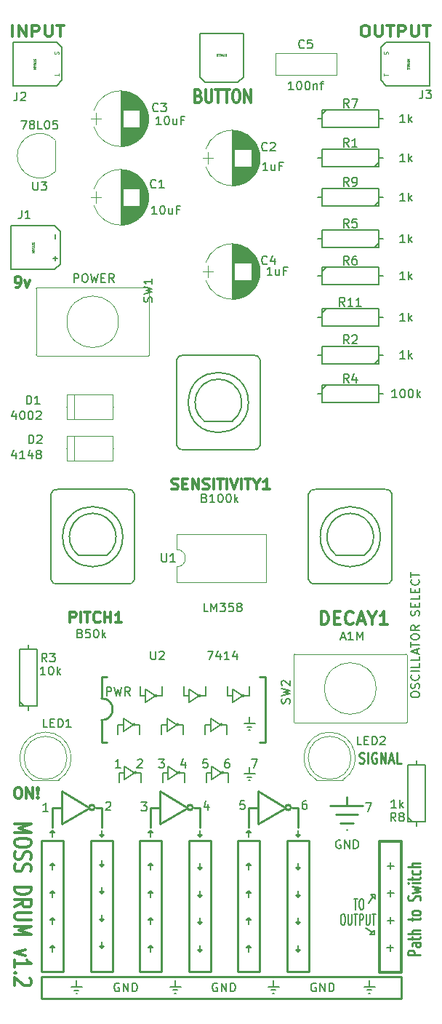
<source format=gbr>
G04 #@! TF.GenerationSoftware,KiCad,Pcbnew,(5.0.0-rc2-dev-311-g1dd4af297)*
G04 #@! TF.CreationDate,2018-04-22T13:53:34-07:00*
G04 #@! TF.ProjectId,workshop_drum1.2,776F726B73686F705F6472756D312E32,rev?*
G04 #@! TF.SameCoordinates,Original*
G04 #@! TF.FileFunction,Legend,Top*
G04 #@! TF.FilePolarity,Positive*
%FSLAX46Y46*%
G04 Gerber Fmt 4.6, Leading zero omitted, Abs format (unit mm)*
G04 Created by KiCad (PCBNEW (5.0.0-rc2-dev-311-g1dd4af297)) date 04/22/18 13:53:34*
%MOMM*%
%LPD*%
G01*
G04 APERTURE LIST*
%ADD10C,0.375000*%
%ADD11C,0.125000*%
%ADD12C,0.150000*%
%ADD13C,0.250000*%
%ADD14C,0.120000*%
%ADD15C,0.350000*%
%ADD16C,0.127000*%
%ADD17C,0.300000*%
%ADD18C,0.062500*%
%ADD19C,0.312500*%
G04 APERTURE END LIST*
D10*
X123809238Y-130850857D02*
X125809238Y-130850857D01*
X124380666Y-131350857D01*
X125809238Y-131850857D01*
X123809238Y-131850857D01*
X125809238Y-132850857D02*
X125809238Y-133136571D01*
X125714000Y-133279428D01*
X125523523Y-133422285D01*
X125142571Y-133493714D01*
X124475904Y-133493714D01*
X124094952Y-133422285D01*
X123904476Y-133279428D01*
X123809238Y-133136571D01*
X123809238Y-132850857D01*
X123904476Y-132708000D01*
X124094952Y-132565142D01*
X124475904Y-132493714D01*
X125142571Y-132493714D01*
X125523523Y-132565142D01*
X125714000Y-132708000D01*
X125809238Y-132850857D01*
X123904476Y-134065142D02*
X123809238Y-134279428D01*
X123809238Y-134636571D01*
X123904476Y-134779428D01*
X123999714Y-134850857D01*
X124190190Y-134922285D01*
X124380666Y-134922285D01*
X124571142Y-134850857D01*
X124666380Y-134779428D01*
X124761619Y-134636571D01*
X124856857Y-134350857D01*
X124952095Y-134208000D01*
X125047333Y-134136571D01*
X125237809Y-134065142D01*
X125428285Y-134065142D01*
X125618761Y-134136571D01*
X125714000Y-134208000D01*
X125809238Y-134350857D01*
X125809238Y-134708000D01*
X125714000Y-134922285D01*
X123904476Y-135493714D02*
X123809238Y-135708000D01*
X123809238Y-136065142D01*
X123904476Y-136208000D01*
X123999714Y-136279428D01*
X124190190Y-136350857D01*
X124380666Y-136350857D01*
X124571142Y-136279428D01*
X124666380Y-136208000D01*
X124761619Y-136065142D01*
X124856857Y-135779428D01*
X124952095Y-135636571D01*
X125047333Y-135565142D01*
X125237809Y-135493714D01*
X125428285Y-135493714D01*
X125618761Y-135565142D01*
X125714000Y-135636571D01*
X125809238Y-135779428D01*
X125809238Y-136136571D01*
X125714000Y-136350857D01*
X123809238Y-138136571D02*
X125809238Y-138136571D01*
X125809238Y-138493714D01*
X125714000Y-138708000D01*
X125523523Y-138850857D01*
X125333047Y-138922285D01*
X124952095Y-138993714D01*
X124666380Y-138993714D01*
X124285428Y-138922285D01*
X124094952Y-138850857D01*
X123904476Y-138708000D01*
X123809238Y-138493714D01*
X123809238Y-138136571D01*
X123809238Y-140493714D02*
X124761619Y-139993714D01*
X123809238Y-139636571D02*
X125809238Y-139636571D01*
X125809238Y-140208000D01*
X125714000Y-140350857D01*
X125618761Y-140422285D01*
X125428285Y-140493714D01*
X125142571Y-140493714D01*
X124952095Y-140422285D01*
X124856857Y-140350857D01*
X124761619Y-140208000D01*
X124761619Y-139636571D01*
X125809238Y-141136571D02*
X124190190Y-141136571D01*
X123999714Y-141208000D01*
X123904476Y-141279428D01*
X123809238Y-141422285D01*
X123809238Y-141708000D01*
X123904476Y-141850857D01*
X123999714Y-141922285D01*
X124190190Y-141993714D01*
X125809238Y-141993714D01*
X123809238Y-142708000D02*
X125809238Y-142708000D01*
X124380666Y-143208000D01*
X125809238Y-143708000D01*
X123809238Y-143708000D01*
X125142571Y-145422285D02*
X123809238Y-145779428D01*
X125142571Y-146136571D01*
X123809238Y-147493714D02*
X123809238Y-146636571D01*
X123809238Y-147065142D02*
X125809238Y-147065142D01*
X125523523Y-146922285D01*
X125333047Y-146779428D01*
X125237809Y-146636571D01*
X123999714Y-148136571D02*
X123904476Y-148208000D01*
X123809238Y-148136571D01*
X123904476Y-148065142D01*
X123999714Y-148136571D01*
X123809238Y-148136571D01*
X125618761Y-148779428D02*
X125714000Y-148850857D01*
X125809238Y-148993714D01*
X125809238Y-149350857D01*
X125714000Y-149493714D01*
X125618761Y-149565142D01*
X125428285Y-149636571D01*
X125237809Y-149636571D01*
X124952095Y-149565142D01*
X123809238Y-148708000D01*
X123809238Y-149636571D01*
D11*
X169540000Y-118935500D02*
G75*
G02X169413000Y-119062500I-127000J0D01*
G01*
X156332000Y-111188500D02*
G75*
G02X156459000Y-111061500I127000J0D01*
G01*
X169413000Y-111061500D02*
G75*
G02X169540000Y-111188500I0J-127000D01*
G01*
X156459000Y-119062500D02*
G75*
G02X156332000Y-118935500I0J127000D01*
G01*
X165936000Y-115062000D02*
G75*
G03X165936000Y-115062000I-3000000J0D01*
G01*
X169436000Y-119062000D02*
X156436000Y-119062000D01*
X169536000Y-111162000D02*
X169536000Y-118962000D01*
X156436000Y-111062000D02*
X169436000Y-111062000D01*
X156336000Y-118962000D02*
X156336000Y-111162000D01*
X126332000Y-68526500D02*
G75*
G02X126459000Y-68399500I127000J0D01*
G01*
X139540000Y-76273500D02*
G75*
G02X139413000Y-76400500I-127000J0D01*
G01*
X126459000Y-76400500D02*
G75*
G02X126332000Y-76273500I0J127000D01*
G01*
X139413000Y-68399500D02*
G75*
G02X139540000Y-68526500I0J-127000D01*
G01*
X135936000Y-72400000D02*
G75*
G03X135936000Y-72400000I-3000000J0D01*
G01*
X126436000Y-68400000D02*
X139436000Y-68400000D01*
X126336000Y-76300000D02*
X126336000Y-68500000D01*
X139436000Y-76400000D02*
X126436000Y-76400000D01*
X139536000Y-68500000D02*
X139536000Y-76300000D01*
D12*
X145396000Y-43940000D02*
X145396000Y-38860000D01*
X146031000Y-44575000D02*
X145396000Y-43940000D01*
X149841000Y-44575000D02*
X146031000Y-44575000D01*
X150476000Y-43940000D02*
X149841000Y-44575000D01*
X150476000Y-38860000D02*
X150476000Y-43940000D01*
X145396000Y-38860000D02*
X150476000Y-38860000D01*
X123444000Y-61214000D02*
X123444000Y-66294000D01*
X123444000Y-66294000D02*
X128524000Y-66294000D01*
X128524000Y-66294000D02*
X129159000Y-65659000D01*
X129159000Y-65659000D02*
X129159000Y-61849000D01*
X129159000Y-61849000D02*
X128524000Y-61214000D01*
X128524000Y-61214000D02*
X123444000Y-61214000D01*
X138557000Y-124841000D02*
X138557000Y-125984000D01*
X142875000Y-124841000D02*
X141732000Y-125603000D01*
X148717000Y-124841000D02*
X148717000Y-125984000D01*
X136652000Y-124079000D02*
X137795000Y-124841000D01*
X136017000Y-124841000D02*
X136652000Y-124841000D01*
X141732000Y-124841000D02*
X141732000Y-124079000D01*
X143129000Y-124841000D02*
G75*
G03X143129000Y-124841000I-127000J0D01*
G01*
X146177000Y-125984000D02*
X146177000Y-124841000D01*
X148209000Y-124841000D02*
G75*
G03X148209000Y-124841000I-127000J0D01*
G01*
X148209000Y-124841000D02*
X148717000Y-124841000D01*
X141732000Y-125603000D02*
X141732000Y-124841000D01*
X143129000Y-124841000D02*
X143637000Y-124841000D01*
X136652000Y-124841000D02*
X136652000Y-124079000D01*
X137795000Y-124841000D02*
X136652000Y-125603000D01*
X136652000Y-125603000D02*
X136652000Y-124841000D01*
X138049000Y-124841000D02*
X138557000Y-124841000D01*
X143637000Y-124841000D02*
X143637000Y-125984000D01*
X146812000Y-124841000D02*
X146812000Y-124079000D01*
X141732000Y-124079000D02*
X142875000Y-124841000D01*
X136017000Y-125984000D02*
X136017000Y-124841000D01*
X138049000Y-124841000D02*
G75*
G03X138049000Y-124841000I-127000J0D01*
G01*
X141097000Y-124841000D02*
X141732000Y-124841000D01*
X141097000Y-125984000D02*
X141097000Y-124841000D01*
X146177000Y-124841000D02*
X146812000Y-124841000D01*
X146812000Y-124079000D02*
X147955000Y-124841000D01*
X146812000Y-125603000D02*
X146812000Y-124841000D01*
X147955000Y-124841000D02*
X146812000Y-125603000D01*
X150939500Y-125349000D02*
X151447500Y-125349000D01*
X151257000Y-125730000D02*
X151130000Y-125730000D01*
X151193500Y-124968000D02*
X151193500Y-124206000D01*
X151828500Y-124968000D02*
X150558500Y-124968000D01*
D13*
X133985000Y-118745000D02*
X133985000Y-121285000D01*
X133985000Y-116205000D02*
X133985000Y-113665000D01*
X133985000Y-113665000D02*
X134620000Y-113665000D01*
X133985000Y-116205000D02*
G75*
G02X133985000Y-118745000I0J-1270000D01*
G01*
X134620000Y-121285000D02*
X133985000Y-121285000D01*
X153035000Y-113665000D02*
X152400000Y-113665000D01*
X153035000Y-121285000D02*
X153035000Y-113665000D01*
X152400000Y-121285000D02*
X153035000Y-121285000D01*
D12*
X165798500Y-149733000D02*
X164528500Y-149733000D01*
X164909500Y-150114000D02*
X165417500Y-150114000D01*
X165163500Y-149733000D02*
X165163500Y-148971000D01*
X165227000Y-150495000D02*
X165100000Y-150495000D01*
X154051000Y-150495000D02*
X153924000Y-150495000D01*
X154622500Y-149733000D02*
X153352500Y-149733000D01*
X153733500Y-150114000D02*
X154241500Y-150114000D01*
X153987500Y-149733000D02*
X153987500Y-148971000D01*
X142621000Y-150495000D02*
X142494000Y-150495000D01*
X143192500Y-149733000D02*
X141922500Y-149733000D01*
X142303500Y-150114000D02*
X142811500Y-150114000D01*
X142557500Y-149733000D02*
X142557500Y-148971000D01*
X131064000Y-149796500D02*
X131064000Y-149034500D01*
X131127500Y-150558500D02*
X131000500Y-150558500D01*
X130810000Y-150177500D02*
X131318000Y-150177500D01*
X131699000Y-149796500D02*
X130429000Y-149796500D01*
D13*
X168910000Y-148590000D02*
X168910000Y-151130000D01*
X168910000Y-151130000D02*
X132080000Y-151130000D01*
X134620000Y-148590000D02*
X168910000Y-148590000D01*
D12*
X156845000Y-145669000D02*
X156845000Y-144907000D01*
X139446000Y-145161000D02*
X139700000Y-144907000D01*
X151130000Y-144907000D02*
X151384000Y-145161000D01*
X156845000Y-145669000D02*
X156591000Y-145415000D01*
X145669000Y-145415000D02*
X145415000Y-145669000D01*
X145415000Y-145669000D02*
X145415000Y-144907000D01*
X145415000Y-145669000D02*
X145161000Y-145415000D01*
X157099000Y-145415000D02*
X156845000Y-145669000D01*
X151130000Y-144907000D02*
X151130000Y-145669000D01*
X145161000Y-145415000D02*
X145669000Y-145415000D01*
X150876000Y-145161000D02*
X151130000Y-144907000D01*
X151384000Y-145161000D02*
X150876000Y-145161000D01*
X139700000Y-144907000D02*
X139700000Y-145669000D01*
X139700000Y-144907000D02*
X139954000Y-145161000D01*
X156591000Y-145415000D02*
X157099000Y-145415000D01*
X139954000Y-145161000D02*
X139446000Y-145161000D01*
X157099000Y-142240000D02*
X156845000Y-142494000D01*
X145669000Y-142240000D02*
X145415000Y-142494000D01*
X145415000Y-142494000D02*
X145415000Y-141732000D01*
X139700000Y-141732000D02*
X139954000Y-141986000D01*
X151130000Y-141732000D02*
X151130000Y-142494000D01*
X156845000Y-142494000D02*
X156845000Y-141732000D01*
X139446000Y-141986000D02*
X139700000Y-141732000D01*
X139954000Y-141986000D02*
X139446000Y-141986000D01*
X151384000Y-141986000D02*
X150876000Y-141986000D01*
X145161000Y-142240000D02*
X145669000Y-142240000D01*
X145415000Y-142494000D02*
X145161000Y-142240000D01*
X139700000Y-141732000D02*
X139700000Y-142494000D01*
X151130000Y-141732000D02*
X151384000Y-141986000D01*
X150876000Y-141986000D02*
X151130000Y-141732000D01*
X156845000Y-142494000D02*
X156591000Y-142240000D01*
X156591000Y-142240000D02*
X157099000Y-142240000D01*
X139954000Y-138811000D02*
X139446000Y-138811000D01*
X145669000Y-139065000D02*
X145415000Y-139319000D01*
X151384000Y-138811000D02*
X150876000Y-138811000D01*
X139700000Y-138557000D02*
X139954000Y-138811000D01*
X145161000Y-139065000D02*
X145669000Y-139065000D01*
X139446000Y-138811000D02*
X139700000Y-138557000D01*
X145415000Y-139319000D02*
X145161000Y-139065000D01*
X139700000Y-138557000D02*
X139700000Y-139319000D01*
X145415000Y-139319000D02*
X145415000Y-138557000D01*
X151130000Y-138557000D02*
X151384000Y-138811000D01*
X150876000Y-138811000D02*
X151130000Y-138557000D01*
X151130000Y-138557000D02*
X151130000Y-139319000D01*
X157099000Y-139065000D02*
X156845000Y-139319000D01*
X156845000Y-139319000D02*
X156845000Y-138557000D01*
X156845000Y-139319000D02*
X156591000Y-139065000D01*
X156591000Y-139065000D02*
X157099000Y-139065000D01*
X145415000Y-136144000D02*
X145161000Y-135890000D01*
X151130000Y-135382000D02*
X151384000Y-135636000D01*
X151384000Y-135636000D02*
X150876000Y-135636000D01*
X139446000Y-135636000D02*
X139700000Y-135382000D01*
X139954000Y-135636000D02*
X139446000Y-135636000D01*
X139700000Y-135382000D02*
X139954000Y-135636000D01*
X139700000Y-135382000D02*
X139700000Y-136144000D01*
X145161000Y-135890000D02*
X145669000Y-135890000D01*
X145415000Y-136144000D02*
X145415000Y-135382000D01*
X145669000Y-135890000D02*
X145415000Y-136144000D01*
X150876000Y-135636000D02*
X151130000Y-135382000D01*
X151130000Y-135382000D02*
X151130000Y-136144000D01*
X157099000Y-135890000D02*
X156845000Y-136144000D01*
X156845000Y-136144000D02*
X156845000Y-135382000D01*
X156845000Y-136144000D02*
X156591000Y-135890000D01*
X156591000Y-135890000D02*
X157099000Y-135890000D01*
X133985000Y-135763000D02*
X133731000Y-135509000D01*
X133985000Y-135763000D02*
X133985000Y-135001000D01*
X133731000Y-135509000D02*
X134239000Y-135509000D01*
X134239000Y-135509000D02*
X133985000Y-135763000D01*
X133985000Y-138938000D02*
X133731000Y-138684000D01*
X134239000Y-138684000D02*
X133985000Y-138938000D01*
X133985000Y-138938000D02*
X133985000Y-138176000D01*
X133731000Y-138684000D02*
X134239000Y-138684000D01*
X133985000Y-142113000D02*
X133985000Y-141351000D01*
X133985000Y-142113000D02*
X133731000Y-141859000D01*
X133731000Y-141859000D02*
X134239000Y-141859000D01*
X134239000Y-141859000D02*
X133985000Y-142113000D01*
X133985000Y-145288000D02*
X133985000Y-144526000D01*
X134239000Y-145034000D02*
X133985000Y-145288000D01*
X133985000Y-145288000D02*
X133731000Y-145034000D01*
X133731000Y-145034000D02*
X134239000Y-145034000D01*
X128524000Y-145161000D02*
X128016000Y-145161000D01*
X128016000Y-145161000D02*
X128270000Y-144907000D01*
X128270000Y-144907000D02*
X128524000Y-145161000D01*
X128270000Y-144907000D02*
X128270000Y-145669000D01*
X128270000Y-141732000D02*
X128524000Y-141986000D01*
X128016000Y-141986000D02*
X128270000Y-141732000D01*
X128270000Y-141732000D02*
X128270000Y-142494000D01*
X128524000Y-141986000D02*
X128016000Y-141986000D01*
X128270000Y-138557000D02*
X128524000Y-138811000D01*
X128524000Y-138811000D02*
X128016000Y-138811000D01*
X128016000Y-138811000D02*
X128270000Y-138557000D01*
X128270000Y-138557000D02*
X128270000Y-139319000D01*
X128270000Y-135382000D02*
X128270000Y-136144000D01*
X128270000Y-135382000D02*
X128524000Y-135636000D01*
X128524000Y-135636000D02*
X128016000Y-135636000D01*
X128016000Y-135636000D02*
X128270000Y-135382000D01*
D13*
X127000000Y-148590000D02*
X161290000Y-148590000D01*
X127000000Y-151130000D02*
X127000000Y-148590000D01*
X163830000Y-151130000D02*
X127000000Y-151130000D01*
X128270000Y-128905000D02*
X129349500Y-128905000D01*
X133985000Y-128905000D02*
X133350000Y-128905000D01*
D12*
X133159500Y-128905000D02*
X133350000Y-128905000D01*
D13*
X133159500Y-128905000D02*
G75*
G03X133159500Y-128905000I-317500J0D01*
G01*
X132524500Y-128905000D02*
X129349500Y-130810000D01*
X129349500Y-127000000D02*
X132524500Y-128905000D01*
X129349500Y-130810000D02*
X129349500Y-127000000D01*
X132715000Y-132715000D02*
X132715000Y-147955000D01*
X135255000Y-147955000D02*
X135255000Y-132715000D01*
X132715000Y-147955000D02*
X135255000Y-147955000D01*
X135255000Y-132715000D02*
X132715000Y-132715000D01*
X129540000Y-132715000D02*
X127000000Y-132715000D01*
X129540000Y-147955000D02*
X129540000Y-132715000D01*
X127000000Y-147955000D02*
X129540000Y-147955000D01*
X127000000Y-132715000D02*
X127000000Y-147955000D01*
D12*
X133985000Y-132334000D02*
X133731000Y-132080000D01*
X133731000Y-132080000D02*
X134239000Y-132080000D01*
X134239000Y-132080000D02*
X133985000Y-132334000D01*
X133985000Y-132334000D02*
X133985000Y-131572000D01*
X128016000Y-131826000D02*
X128270000Y-131572000D01*
X128270000Y-131572000D02*
X128270000Y-132334000D01*
X128524000Y-131826000D02*
X128016000Y-131826000D01*
X128270000Y-131572000D02*
X128524000Y-131826000D01*
D13*
X128270000Y-128905000D02*
X128270000Y-131191000D01*
X133985000Y-128905000D02*
X133985000Y-131191000D01*
X145415000Y-128905000D02*
X144780000Y-128905000D01*
X146685000Y-147955000D02*
X146685000Y-132715000D01*
D12*
X144589500Y-128905000D02*
X144780000Y-128905000D01*
D13*
X139700000Y-128905000D02*
X140779500Y-128905000D01*
X140779500Y-130810000D02*
X140779500Y-127000000D01*
X140970000Y-132715000D02*
X138430000Y-132715000D01*
X140779500Y-127000000D02*
X143954500Y-128905000D01*
X138430000Y-147955000D02*
X140970000Y-147955000D01*
X144145000Y-132715000D02*
X144145000Y-147955000D01*
X138430000Y-132715000D02*
X138430000Y-147955000D01*
D12*
X145415000Y-132334000D02*
X145161000Y-132080000D01*
D13*
X144589500Y-128905000D02*
G75*
G03X144589500Y-128905000I-317500J0D01*
G01*
X143954500Y-128905000D02*
X140779500Y-130810000D01*
X144145000Y-147955000D02*
X146685000Y-147955000D01*
X146685000Y-132715000D02*
X144145000Y-132715000D01*
X140970000Y-147955000D02*
X140970000Y-132715000D01*
D12*
X139446000Y-131826000D02*
X139700000Y-131572000D01*
D13*
X139700000Y-128905000D02*
X139700000Y-131191000D01*
D12*
X139954000Y-131826000D02*
X139446000Y-131826000D01*
D13*
X145415000Y-128905000D02*
X145415000Y-131191000D01*
D12*
X139700000Y-131572000D02*
X139954000Y-131826000D01*
X139700000Y-131572000D02*
X139700000Y-132334000D01*
X145161000Y-132080000D02*
X145669000Y-132080000D01*
X145669000Y-132080000D02*
X145415000Y-132334000D01*
X145415000Y-132334000D02*
X145415000Y-131572000D01*
D13*
X155575000Y-147955000D02*
X158115000Y-147955000D01*
D12*
X150876000Y-131826000D02*
X151130000Y-131572000D01*
D13*
X152400000Y-147955000D02*
X152400000Y-132715000D01*
D12*
X151130000Y-131572000D02*
X151130000Y-132334000D01*
X157099000Y-132080000D02*
X156845000Y-132334000D01*
X156845000Y-132334000D02*
X156845000Y-131572000D01*
D13*
X151130000Y-128905000D02*
X151130000Y-131191000D01*
X155384500Y-128905000D02*
X152209500Y-130810000D01*
X156845000Y-128905000D02*
X156845000Y-131191000D01*
D12*
X151130000Y-131572000D02*
X151384000Y-131826000D01*
X156591000Y-132080000D02*
X157099000Y-132080000D01*
D13*
X158115000Y-132715000D02*
X155575000Y-132715000D01*
X149860000Y-132715000D02*
X149860000Y-147955000D01*
D12*
X156845000Y-132334000D02*
X156591000Y-132080000D01*
D13*
X156019500Y-128905000D02*
G75*
G03X156019500Y-128905000I-317500J0D01*
G01*
D12*
X151384000Y-131826000D02*
X150876000Y-131826000D01*
D13*
X152209500Y-130810000D02*
X152209500Y-127000000D01*
X151130000Y-128905000D02*
X152209500Y-128905000D01*
X152400000Y-132715000D02*
X149860000Y-132715000D01*
X149860000Y-147955000D02*
X152400000Y-147955000D01*
X152209500Y-127000000D02*
X155384500Y-128905000D01*
D12*
X156019500Y-128905000D02*
X156210000Y-128905000D01*
D13*
X158115000Y-147955000D02*
X158115000Y-132715000D01*
X155575000Y-132715000D02*
X155575000Y-147955000D01*
X156845000Y-128905000D02*
X156210000Y-128905000D01*
X162560000Y-127635000D02*
X162560000Y-128714500D01*
X160591500Y-128714500D02*
X164401500Y-128714500D01*
X161226500Y-129667000D02*
X163766500Y-129667000D01*
X161734500Y-130683000D02*
X163258500Y-130683000D01*
X162486500Y-131445000D02*
X162506500Y-131445000D01*
D12*
X135890000Y-120396000D02*
X135890000Y-119253000D01*
X135890000Y-119253000D02*
X136525000Y-119253000D01*
X136525000Y-119253000D02*
X136525000Y-118491000D01*
X136525000Y-118491000D02*
X137668000Y-119253000D01*
X137668000Y-119253000D02*
X136525000Y-120015000D01*
X136525000Y-120015000D02*
X136525000Y-119253000D01*
X137922000Y-119253000D02*
G75*
G03X137922000Y-119253000I-127000J0D01*
G01*
X137922000Y-119253000D02*
X138430000Y-119253000D01*
X138430000Y-119253000D02*
X138430000Y-120396000D01*
X143510000Y-119253000D02*
X143510000Y-120396000D01*
X142748000Y-119253000D02*
X141605000Y-120015000D01*
X140970000Y-119253000D02*
X141605000Y-119253000D01*
X140970000Y-120396000D02*
X140970000Y-119253000D01*
X141605000Y-119253000D02*
X141605000Y-118491000D01*
X141605000Y-118491000D02*
X142748000Y-119253000D01*
X143002000Y-119253000D02*
G75*
G03X143002000Y-119253000I-127000J0D01*
G01*
X143002000Y-119253000D02*
X143510000Y-119253000D01*
X141605000Y-120015000D02*
X141605000Y-119253000D01*
X146050000Y-119253000D02*
X146685000Y-119253000D01*
X148082000Y-119253000D02*
X148590000Y-119253000D01*
X148590000Y-119253000D02*
X148590000Y-120396000D01*
X148082000Y-119253000D02*
G75*
G03X148082000Y-119253000I-127000J0D01*
G01*
X146050000Y-120396000D02*
X146050000Y-119253000D01*
X146685000Y-119253000D02*
X146685000Y-118491000D01*
X146685000Y-118491000D02*
X147828000Y-119253000D01*
X146685000Y-120015000D02*
X146685000Y-119253000D01*
X147828000Y-119253000D02*
X146685000Y-120015000D01*
X149245304Y-115920836D02*
X149245304Y-116682836D01*
X148610304Y-115920836D02*
X149245304Y-115920836D01*
X151150304Y-115920836D02*
X151150304Y-114777836D01*
X148610304Y-114777836D02*
X148610304Y-115920836D01*
X149245304Y-116682836D02*
X150388304Y-115920836D01*
X149245304Y-115158836D02*
X149245304Y-115920836D01*
X150642304Y-115920836D02*
X151150304Y-115920836D01*
X150388304Y-115920836D02*
X149245304Y-115158836D01*
X150642304Y-115920836D02*
G75*
G03X150642304Y-115920836I-127000J0D01*
G01*
X144165304Y-116682836D02*
X145308304Y-115920836D01*
X145562304Y-115920836D02*
X146070304Y-115920836D01*
X145308304Y-115920836D02*
X144165304Y-115158836D01*
X144165304Y-115158836D02*
X144165304Y-115920836D01*
X144165304Y-115920836D02*
X144165304Y-116682836D01*
X143530304Y-115920836D02*
X144165304Y-115920836D01*
X145562304Y-115920836D02*
G75*
G03X145562304Y-115920836I-127000J0D01*
G01*
X143530304Y-114777836D02*
X143530304Y-115920836D01*
X146070304Y-115920836D02*
X146070304Y-114777836D01*
X139085304Y-115158836D02*
X139085304Y-115920836D01*
X138450304Y-115920836D02*
X139085304Y-115920836D01*
X140482304Y-115920836D02*
X140990304Y-115920836D01*
X140482304Y-115920836D02*
G75*
G03X140482304Y-115920836I-127000J0D01*
G01*
X138450304Y-114777836D02*
X138450304Y-115920836D01*
X139085304Y-116682836D02*
X140228304Y-115920836D01*
X139085304Y-115920836D02*
X139085304Y-116682836D01*
X140228304Y-115920836D02*
X139085304Y-115158836D01*
X140990304Y-115920836D02*
X140990304Y-114777836D01*
X150939500Y-119507000D02*
X151447500Y-119507000D01*
X151193500Y-119126000D02*
X151193500Y-118364000D01*
X151828500Y-119126000D02*
X150558500Y-119126000D01*
X151257000Y-119888000D02*
X151130000Y-119888000D01*
X123626000Y-39860000D02*
X123626000Y-44940000D01*
X123626000Y-44940000D02*
X128706000Y-44940000D01*
X128706000Y-44940000D02*
X129341000Y-44305000D01*
X129341000Y-44305000D02*
X129341000Y-40495000D01*
X129341000Y-40495000D02*
X128706000Y-39860000D01*
X128706000Y-39860000D02*
X123626000Y-39860000D01*
X167132000Y-39860000D02*
X172212000Y-39860000D01*
X166497000Y-40495000D02*
X167132000Y-39860000D01*
X166497000Y-44305000D02*
X166497000Y-40495000D01*
X167132000Y-44940000D02*
X166497000Y-44305000D01*
X172212000Y-44940000D02*
X167132000Y-44940000D01*
X172212000Y-39860000D02*
X172212000Y-44940000D01*
X159126000Y-71882000D02*
X159634000Y-71882000D01*
X166746000Y-71882000D02*
X166238000Y-71882000D01*
X166238000Y-71882000D02*
X166238000Y-70866000D01*
X166238000Y-70866000D02*
X159634000Y-70866000D01*
X159634000Y-70866000D02*
X159634000Y-72898000D01*
X159634000Y-72898000D02*
X166238000Y-72898000D01*
X166238000Y-72898000D02*
X166238000Y-71882000D01*
X159634000Y-71374000D02*
X160142000Y-70866000D01*
D14*
X142736000Y-100900000D02*
X142736000Y-102670000D01*
X142736000Y-102670000D02*
X153136000Y-102670000D01*
X153136000Y-102670000D02*
X153136000Y-97130000D01*
X153136000Y-97130000D02*
X142736000Y-97130000D01*
X142736000Y-97130000D02*
X142736000Y-98900000D01*
X142736000Y-98900000D02*
G75*
G02X142736000Y-100900000I0J-1000000D01*
G01*
D12*
X165328940Y-139000290D02*
X165582940Y-139254290D01*
X165074940Y-140016290D02*
X165582940Y-139254290D01*
X165582940Y-139254290D02*
X165836940Y-139508290D01*
X165836940Y-139000290D02*
X165328940Y-139000290D01*
X165836940Y-139508290D02*
X165836940Y-139000290D01*
X165735000Y-143129000D02*
X165481000Y-143383000D01*
X165735000Y-143637000D02*
X165735000Y-143129000D01*
X165227000Y-143637000D02*
X165735000Y-143637000D01*
X165481000Y-143383000D02*
X165227000Y-143637000D01*
X164719000Y-142875000D02*
X165481000Y-143383000D01*
D15*
X168910000Y-148082000D02*
X166370000Y-148082000D01*
X168910000Y-132842000D02*
X166370000Y-132842000D01*
X168910000Y-148082000D02*
X168910000Y-132842000D01*
X166370000Y-132842000D02*
X166370000Y-148082000D01*
D14*
X127436462Y-120140000D02*
G75*
G03X125891170Y-125690000I-462J-2990000D01*
G01*
X127435538Y-120140000D02*
G75*
G02X128980830Y-125690000I462J-2990000D01*
G01*
X129936000Y-123130000D02*
G75*
G03X129936000Y-123130000I-2500000J0D01*
G01*
X125891000Y-125690000D02*
X128981000Y-125690000D01*
X158983000Y-125690000D02*
X162073000Y-125690000D01*
X163028000Y-123130000D02*
G75*
G03X163028000Y-123130000I-2500000J0D01*
G01*
X160527538Y-120140000D02*
G75*
G02X162072830Y-125690000I462J-2990000D01*
G01*
X160528462Y-120140000D02*
G75*
G03X158983170Y-125690000I-462J-2990000D01*
G01*
X161334000Y-43728000D02*
X154214000Y-43728000D01*
X161334000Y-41108000D02*
X154214000Y-41108000D01*
X161334000Y-43728000D02*
X161334000Y-41108000D01*
X154214000Y-43728000D02*
X154214000Y-41108000D01*
X139274440Y-58891357D02*
G75*
G03X139274236Y-56932000I-3088440J979357D01*
G01*
X139274440Y-58891357D02*
G75*
G02X133097764Y-58892000I-3088440J979357D01*
G01*
X139274440Y-56932643D02*
G75*
G03X133097764Y-56932000I-3088440J-979357D01*
G01*
X133336000Y-57262000D02*
X133336000Y-58562000D01*
X132736000Y-57912000D02*
X133936000Y-57912000D01*
X139387000Y-57444000D02*
X139387000Y-58380000D01*
X139347000Y-57236000D02*
X139347000Y-58588000D01*
X139307000Y-57078000D02*
X139307000Y-58746000D01*
X139267000Y-56946000D02*
X139267000Y-58878000D01*
X139227000Y-56831000D02*
X139227000Y-58993000D01*
X139187000Y-56728000D02*
X139187000Y-59096000D01*
X139147000Y-56634000D02*
X139147000Y-59190000D01*
X139107000Y-56548000D02*
X139107000Y-59276000D01*
X139067000Y-56467000D02*
X139067000Y-59357000D01*
X139027000Y-56392000D02*
X139027000Y-59432000D01*
X138987000Y-56321000D02*
X138987000Y-59503000D01*
X138947000Y-56254000D02*
X138947000Y-59570000D01*
X138907000Y-56191000D02*
X138907000Y-59633000D01*
X138867000Y-56131000D02*
X138867000Y-59693000D01*
X138827000Y-56073000D02*
X138827000Y-59751000D01*
X138787000Y-56018000D02*
X138787000Y-59806000D01*
X138747000Y-55966000D02*
X138747000Y-59858000D01*
X138707000Y-55915000D02*
X138707000Y-59909000D01*
X138667000Y-55867000D02*
X138667000Y-59957000D01*
X138627000Y-55820000D02*
X138627000Y-60004000D01*
X138587000Y-55775000D02*
X138587000Y-60049000D01*
X138547000Y-55732000D02*
X138547000Y-60092000D01*
X138507000Y-55690000D02*
X138507000Y-60134000D01*
X138467000Y-55650000D02*
X138467000Y-60174000D01*
X138427000Y-55611000D02*
X138427000Y-60213000D01*
X138387000Y-58892000D02*
X138387000Y-60251000D01*
X138387000Y-55573000D02*
X138387000Y-56932000D01*
X138347000Y-58892000D02*
X138347000Y-60287000D01*
X138347000Y-55537000D02*
X138347000Y-56932000D01*
X138307000Y-58892000D02*
X138307000Y-60323000D01*
X138307000Y-55501000D02*
X138307000Y-56932000D01*
X138267000Y-58892000D02*
X138267000Y-60357000D01*
X138267000Y-55467000D02*
X138267000Y-56932000D01*
X138227000Y-58892000D02*
X138227000Y-60390000D01*
X138227000Y-55434000D02*
X138227000Y-56932000D01*
X138187000Y-58892000D02*
X138187000Y-60422000D01*
X138187000Y-55402000D02*
X138187000Y-56932000D01*
X138147000Y-58892000D02*
X138147000Y-60452000D01*
X138147000Y-55372000D02*
X138147000Y-56932000D01*
X138107000Y-58892000D02*
X138107000Y-60482000D01*
X138107000Y-55342000D02*
X138107000Y-56932000D01*
X138067000Y-58892000D02*
X138067000Y-60511000D01*
X138067000Y-55313000D02*
X138067000Y-56932000D01*
X138027000Y-58892000D02*
X138027000Y-60539000D01*
X138027000Y-55285000D02*
X138027000Y-56932000D01*
X137987000Y-58892000D02*
X137987000Y-60566000D01*
X137987000Y-55258000D02*
X137987000Y-56932000D01*
X137947000Y-58892000D02*
X137947000Y-60593000D01*
X137947000Y-55231000D02*
X137947000Y-56932000D01*
X137907000Y-58892000D02*
X137907000Y-60618000D01*
X137907000Y-55206000D02*
X137907000Y-56932000D01*
X137867000Y-58892000D02*
X137867000Y-60643000D01*
X137867000Y-55181000D02*
X137867000Y-56932000D01*
X137827000Y-58892000D02*
X137827000Y-60667000D01*
X137827000Y-55157000D02*
X137827000Y-56932000D01*
X137787000Y-58892000D02*
X137787000Y-60690000D01*
X137787000Y-55134000D02*
X137787000Y-56932000D01*
X137747000Y-58892000D02*
X137747000Y-60712000D01*
X137747000Y-55112000D02*
X137747000Y-56932000D01*
X137707000Y-58892000D02*
X137707000Y-60734000D01*
X137707000Y-55090000D02*
X137707000Y-56932000D01*
X137667000Y-58892000D02*
X137667000Y-60755000D01*
X137667000Y-55069000D02*
X137667000Y-56932000D01*
X137627000Y-58892000D02*
X137627000Y-60775000D01*
X137627000Y-55049000D02*
X137627000Y-56932000D01*
X137587000Y-58892000D02*
X137587000Y-60794000D01*
X137587000Y-55030000D02*
X137587000Y-56932000D01*
X137547000Y-58892000D02*
X137547000Y-60813000D01*
X137547000Y-55011000D02*
X137547000Y-56932000D01*
X137507000Y-58892000D02*
X137507000Y-60831000D01*
X137507000Y-54993000D02*
X137507000Y-56932000D01*
X137467000Y-58892000D02*
X137467000Y-60849000D01*
X137467000Y-54975000D02*
X137467000Y-56932000D01*
X137427000Y-58892000D02*
X137427000Y-60866000D01*
X137427000Y-54958000D02*
X137427000Y-56932000D01*
X137387000Y-58892000D02*
X137387000Y-60882000D01*
X137387000Y-54942000D02*
X137387000Y-56932000D01*
X137347000Y-58892000D02*
X137347000Y-60898000D01*
X137347000Y-54926000D02*
X137347000Y-56932000D01*
X137307000Y-58892000D02*
X137307000Y-60913000D01*
X137307000Y-54911000D02*
X137307000Y-56932000D01*
X137267000Y-58892000D02*
X137267000Y-60927000D01*
X137267000Y-54897000D02*
X137267000Y-56932000D01*
X137227000Y-58892000D02*
X137227000Y-60941000D01*
X137227000Y-54883000D02*
X137227000Y-56932000D01*
X137187000Y-58892000D02*
X137187000Y-60954000D01*
X137187000Y-54870000D02*
X137187000Y-56932000D01*
X137147000Y-58892000D02*
X137147000Y-60967000D01*
X137147000Y-54857000D02*
X137147000Y-56932000D01*
X137107000Y-58892000D02*
X137107000Y-60979000D01*
X137107000Y-54845000D02*
X137107000Y-56932000D01*
X137067000Y-58892000D02*
X137067000Y-60991000D01*
X137067000Y-54833000D02*
X137067000Y-56932000D01*
X137027000Y-58892000D02*
X137027000Y-61002000D01*
X137027000Y-54822000D02*
X137027000Y-56932000D01*
X136987000Y-58892000D02*
X136987000Y-61012000D01*
X136987000Y-54812000D02*
X136987000Y-56932000D01*
X136947000Y-58892000D02*
X136947000Y-61022000D01*
X136947000Y-54802000D02*
X136947000Y-56932000D01*
X136907000Y-58892000D02*
X136907000Y-61031000D01*
X136907000Y-54793000D02*
X136907000Y-56932000D01*
X136866000Y-58892000D02*
X136866000Y-61040000D01*
X136866000Y-54784000D02*
X136866000Y-56932000D01*
X136826000Y-58892000D02*
X136826000Y-61049000D01*
X136826000Y-54775000D02*
X136826000Y-56932000D01*
X136786000Y-58892000D02*
X136786000Y-61056000D01*
X136786000Y-54768000D02*
X136786000Y-56932000D01*
X136746000Y-58892000D02*
X136746000Y-61064000D01*
X136746000Y-54760000D02*
X136746000Y-56932000D01*
X136706000Y-58892000D02*
X136706000Y-61070000D01*
X136706000Y-54754000D02*
X136706000Y-56932000D01*
X136666000Y-58892000D02*
X136666000Y-61077000D01*
X136666000Y-54747000D02*
X136666000Y-56932000D01*
X136626000Y-58892000D02*
X136626000Y-61082000D01*
X136626000Y-54742000D02*
X136626000Y-56932000D01*
X136586000Y-58892000D02*
X136586000Y-61088000D01*
X136586000Y-54736000D02*
X136586000Y-56932000D01*
X136546000Y-58892000D02*
X136546000Y-61092000D01*
X136546000Y-54732000D02*
X136546000Y-56932000D01*
X136506000Y-58892000D02*
X136506000Y-61097000D01*
X136506000Y-54727000D02*
X136506000Y-56932000D01*
X136466000Y-58892000D02*
X136466000Y-61100000D01*
X136466000Y-54724000D02*
X136466000Y-56932000D01*
X136426000Y-54720000D02*
X136426000Y-61104000D01*
X136386000Y-54718000D02*
X136386000Y-61106000D01*
X136346000Y-54715000D02*
X136346000Y-61109000D01*
X136306000Y-54714000D02*
X136306000Y-61110000D01*
X136266000Y-54712000D02*
X136266000Y-61112000D01*
X136226000Y-54712000D02*
X136226000Y-61112000D01*
X136186000Y-54712000D02*
X136186000Y-61112000D01*
X149186000Y-50140000D02*
X149186000Y-56540000D01*
X149226000Y-50140000D02*
X149226000Y-56540000D01*
X149266000Y-50140000D02*
X149266000Y-56540000D01*
X149306000Y-50142000D02*
X149306000Y-56538000D01*
X149346000Y-50143000D02*
X149346000Y-56537000D01*
X149386000Y-50146000D02*
X149386000Y-56534000D01*
X149426000Y-50148000D02*
X149426000Y-56532000D01*
X149466000Y-50152000D02*
X149466000Y-52360000D01*
X149466000Y-54320000D02*
X149466000Y-56528000D01*
X149506000Y-50155000D02*
X149506000Y-52360000D01*
X149506000Y-54320000D02*
X149506000Y-56525000D01*
X149546000Y-50160000D02*
X149546000Y-52360000D01*
X149546000Y-54320000D02*
X149546000Y-56520000D01*
X149586000Y-50164000D02*
X149586000Y-52360000D01*
X149586000Y-54320000D02*
X149586000Y-56516000D01*
X149626000Y-50170000D02*
X149626000Y-52360000D01*
X149626000Y-54320000D02*
X149626000Y-56510000D01*
X149666000Y-50175000D02*
X149666000Y-52360000D01*
X149666000Y-54320000D02*
X149666000Y-56505000D01*
X149706000Y-50182000D02*
X149706000Y-52360000D01*
X149706000Y-54320000D02*
X149706000Y-56498000D01*
X149746000Y-50188000D02*
X149746000Y-52360000D01*
X149746000Y-54320000D02*
X149746000Y-56492000D01*
X149786000Y-50196000D02*
X149786000Y-52360000D01*
X149786000Y-54320000D02*
X149786000Y-56484000D01*
X149826000Y-50203000D02*
X149826000Y-52360000D01*
X149826000Y-54320000D02*
X149826000Y-56477000D01*
X149866000Y-50212000D02*
X149866000Y-52360000D01*
X149866000Y-54320000D02*
X149866000Y-56468000D01*
X149907000Y-50221000D02*
X149907000Y-52360000D01*
X149907000Y-54320000D02*
X149907000Y-56459000D01*
X149947000Y-50230000D02*
X149947000Y-52360000D01*
X149947000Y-54320000D02*
X149947000Y-56450000D01*
X149987000Y-50240000D02*
X149987000Y-52360000D01*
X149987000Y-54320000D02*
X149987000Y-56440000D01*
X150027000Y-50250000D02*
X150027000Y-52360000D01*
X150027000Y-54320000D02*
X150027000Y-56430000D01*
X150067000Y-50261000D02*
X150067000Y-52360000D01*
X150067000Y-54320000D02*
X150067000Y-56419000D01*
X150107000Y-50273000D02*
X150107000Y-52360000D01*
X150107000Y-54320000D02*
X150107000Y-56407000D01*
X150147000Y-50285000D02*
X150147000Y-52360000D01*
X150147000Y-54320000D02*
X150147000Y-56395000D01*
X150187000Y-50298000D02*
X150187000Y-52360000D01*
X150187000Y-54320000D02*
X150187000Y-56382000D01*
X150227000Y-50311000D02*
X150227000Y-52360000D01*
X150227000Y-54320000D02*
X150227000Y-56369000D01*
X150267000Y-50325000D02*
X150267000Y-52360000D01*
X150267000Y-54320000D02*
X150267000Y-56355000D01*
X150307000Y-50339000D02*
X150307000Y-52360000D01*
X150307000Y-54320000D02*
X150307000Y-56341000D01*
X150347000Y-50354000D02*
X150347000Y-52360000D01*
X150347000Y-54320000D02*
X150347000Y-56326000D01*
X150387000Y-50370000D02*
X150387000Y-52360000D01*
X150387000Y-54320000D02*
X150387000Y-56310000D01*
X150427000Y-50386000D02*
X150427000Y-52360000D01*
X150427000Y-54320000D02*
X150427000Y-56294000D01*
X150467000Y-50403000D02*
X150467000Y-52360000D01*
X150467000Y-54320000D02*
X150467000Y-56277000D01*
X150507000Y-50421000D02*
X150507000Y-52360000D01*
X150507000Y-54320000D02*
X150507000Y-56259000D01*
X150547000Y-50439000D02*
X150547000Y-52360000D01*
X150547000Y-54320000D02*
X150547000Y-56241000D01*
X150587000Y-50458000D02*
X150587000Y-52360000D01*
X150587000Y-54320000D02*
X150587000Y-56222000D01*
X150627000Y-50477000D02*
X150627000Y-52360000D01*
X150627000Y-54320000D02*
X150627000Y-56203000D01*
X150667000Y-50497000D02*
X150667000Y-52360000D01*
X150667000Y-54320000D02*
X150667000Y-56183000D01*
X150707000Y-50518000D02*
X150707000Y-52360000D01*
X150707000Y-54320000D02*
X150707000Y-56162000D01*
X150747000Y-50540000D02*
X150747000Y-52360000D01*
X150747000Y-54320000D02*
X150747000Y-56140000D01*
X150787000Y-50562000D02*
X150787000Y-52360000D01*
X150787000Y-54320000D02*
X150787000Y-56118000D01*
X150827000Y-50585000D02*
X150827000Y-52360000D01*
X150827000Y-54320000D02*
X150827000Y-56095000D01*
X150867000Y-50609000D02*
X150867000Y-52360000D01*
X150867000Y-54320000D02*
X150867000Y-56071000D01*
X150907000Y-50634000D02*
X150907000Y-52360000D01*
X150907000Y-54320000D02*
X150907000Y-56046000D01*
X150947000Y-50659000D02*
X150947000Y-52360000D01*
X150947000Y-54320000D02*
X150947000Y-56021000D01*
X150987000Y-50686000D02*
X150987000Y-52360000D01*
X150987000Y-54320000D02*
X150987000Y-55994000D01*
X151027000Y-50713000D02*
X151027000Y-52360000D01*
X151027000Y-54320000D02*
X151027000Y-55967000D01*
X151067000Y-50741000D02*
X151067000Y-52360000D01*
X151067000Y-54320000D02*
X151067000Y-55939000D01*
X151107000Y-50770000D02*
X151107000Y-52360000D01*
X151107000Y-54320000D02*
X151107000Y-55910000D01*
X151147000Y-50800000D02*
X151147000Y-52360000D01*
X151147000Y-54320000D02*
X151147000Y-55880000D01*
X151187000Y-50830000D02*
X151187000Y-52360000D01*
X151187000Y-54320000D02*
X151187000Y-55850000D01*
X151227000Y-50862000D02*
X151227000Y-52360000D01*
X151227000Y-54320000D02*
X151227000Y-55818000D01*
X151267000Y-50895000D02*
X151267000Y-52360000D01*
X151267000Y-54320000D02*
X151267000Y-55785000D01*
X151307000Y-50929000D02*
X151307000Y-52360000D01*
X151307000Y-54320000D02*
X151307000Y-55751000D01*
X151347000Y-50965000D02*
X151347000Y-52360000D01*
X151347000Y-54320000D02*
X151347000Y-55715000D01*
X151387000Y-51001000D02*
X151387000Y-52360000D01*
X151387000Y-54320000D02*
X151387000Y-55679000D01*
X151427000Y-51039000D02*
X151427000Y-55641000D01*
X151467000Y-51078000D02*
X151467000Y-55602000D01*
X151507000Y-51118000D02*
X151507000Y-55562000D01*
X151547000Y-51160000D02*
X151547000Y-55520000D01*
X151587000Y-51203000D02*
X151587000Y-55477000D01*
X151627000Y-51248000D02*
X151627000Y-55432000D01*
X151667000Y-51295000D02*
X151667000Y-55385000D01*
X151707000Y-51343000D02*
X151707000Y-55337000D01*
X151747000Y-51394000D02*
X151747000Y-55286000D01*
X151787000Y-51446000D02*
X151787000Y-55234000D01*
X151827000Y-51501000D02*
X151827000Y-55179000D01*
X151867000Y-51559000D02*
X151867000Y-55121000D01*
X151907000Y-51619000D02*
X151907000Y-55061000D01*
X151947000Y-51682000D02*
X151947000Y-54998000D01*
X151987000Y-51749000D02*
X151987000Y-54931000D01*
X152027000Y-51820000D02*
X152027000Y-54860000D01*
X152067000Y-51895000D02*
X152067000Y-54785000D01*
X152107000Y-51976000D02*
X152107000Y-54704000D01*
X152147000Y-52062000D02*
X152147000Y-54618000D01*
X152187000Y-52156000D02*
X152187000Y-54524000D01*
X152227000Y-52259000D02*
X152227000Y-54421000D01*
X152267000Y-52374000D02*
X152267000Y-54306000D01*
X152307000Y-52506000D02*
X152307000Y-54174000D01*
X152347000Y-52664000D02*
X152347000Y-54016000D01*
X152387000Y-52872000D02*
X152387000Y-53808000D01*
X145736000Y-53340000D02*
X146936000Y-53340000D01*
X146336000Y-52690000D02*
X146336000Y-53990000D01*
X152274440Y-52360643D02*
G75*
G03X146097764Y-52360000I-3088440J-979357D01*
G01*
X152274440Y-54319357D02*
G75*
G02X146097764Y-54320000I-3088440J979357D01*
G01*
X152274440Y-54319357D02*
G75*
G03X152274236Y-52360000I-3088440J979357D01*
G01*
X139274440Y-49747357D02*
G75*
G03X139274236Y-47788000I-3088440J979357D01*
G01*
X139274440Y-49747357D02*
G75*
G02X133097764Y-49748000I-3088440J979357D01*
G01*
X139274440Y-47788643D02*
G75*
G03X133097764Y-47788000I-3088440J-979357D01*
G01*
X133336000Y-48118000D02*
X133336000Y-49418000D01*
X132736000Y-48768000D02*
X133936000Y-48768000D01*
X139387000Y-48300000D02*
X139387000Y-49236000D01*
X139347000Y-48092000D02*
X139347000Y-49444000D01*
X139307000Y-47934000D02*
X139307000Y-49602000D01*
X139267000Y-47802000D02*
X139267000Y-49734000D01*
X139227000Y-47687000D02*
X139227000Y-49849000D01*
X139187000Y-47584000D02*
X139187000Y-49952000D01*
X139147000Y-47490000D02*
X139147000Y-50046000D01*
X139107000Y-47404000D02*
X139107000Y-50132000D01*
X139067000Y-47323000D02*
X139067000Y-50213000D01*
X139027000Y-47248000D02*
X139027000Y-50288000D01*
X138987000Y-47177000D02*
X138987000Y-50359000D01*
X138947000Y-47110000D02*
X138947000Y-50426000D01*
X138907000Y-47047000D02*
X138907000Y-50489000D01*
X138867000Y-46987000D02*
X138867000Y-50549000D01*
X138827000Y-46929000D02*
X138827000Y-50607000D01*
X138787000Y-46874000D02*
X138787000Y-50662000D01*
X138747000Y-46822000D02*
X138747000Y-50714000D01*
X138707000Y-46771000D02*
X138707000Y-50765000D01*
X138667000Y-46723000D02*
X138667000Y-50813000D01*
X138627000Y-46676000D02*
X138627000Y-50860000D01*
X138587000Y-46631000D02*
X138587000Y-50905000D01*
X138547000Y-46588000D02*
X138547000Y-50948000D01*
X138507000Y-46546000D02*
X138507000Y-50990000D01*
X138467000Y-46506000D02*
X138467000Y-51030000D01*
X138427000Y-46467000D02*
X138427000Y-51069000D01*
X138387000Y-49748000D02*
X138387000Y-51107000D01*
X138387000Y-46429000D02*
X138387000Y-47788000D01*
X138347000Y-49748000D02*
X138347000Y-51143000D01*
X138347000Y-46393000D02*
X138347000Y-47788000D01*
X138307000Y-49748000D02*
X138307000Y-51179000D01*
X138307000Y-46357000D02*
X138307000Y-47788000D01*
X138267000Y-49748000D02*
X138267000Y-51213000D01*
X138267000Y-46323000D02*
X138267000Y-47788000D01*
X138227000Y-49748000D02*
X138227000Y-51246000D01*
X138227000Y-46290000D02*
X138227000Y-47788000D01*
X138187000Y-49748000D02*
X138187000Y-51278000D01*
X138187000Y-46258000D02*
X138187000Y-47788000D01*
X138147000Y-49748000D02*
X138147000Y-51308000D01*
X138147000Y-46228000D02*
X138147000Y-47788000D01*
X138107000Y-49748000D02*
X138107000Y-51338000D01*
X138107000Y-46198000D02*
X138107000Y-47788000D01*
X138067000Y-49748000D02*
X138067000Y-51367000D01*
X138067000Y-46169000D02*
X138067000Y-47788000D01*
X138027000Y-49748000D02*
X138027000Y-51395000D01*
X138027000Y-46141000D02*
X138027000Y-47788000D01*
X137987000Y-49748000D02*
X137987000Y-51422000D01*
X137987000Y-46114000D02*
X137987000Y-47788000D01*
X137947000Y-49748000D02*
X137947000Y-51449000D01*
X137947000Y-46087000D02*
X137947000Y-47788000D01*
X137907000Y-49748000D02*
X137907000Y-51474000D01*
X137907000Y-46062000D02*
X137907000Y-47788000D01*
X137867000Y-49748000D02*
X137867000Y-51499000D01*
X137867000Y-46037000D02*
X137867000Y-47788000D01*
X137827000Y-49748000D02*
X137827000Y-51523000D01*
X137827000Y-46013000D02*
X137827000Y-47788000D01*
X137787000Y-49748000D02*
X137787000Y-51546000D01*
X137787000Y-45990000D02*
X137787000Y-47788000D01*
X137747000Y-49748000D02*
X137747000Y-51568000D01*
X137747000Y-45968000D02*
X137747000Y-47788000D01*
X137707000Y-49748000D02*
X137707000Y-51590000D01*
X137707000Y-45946000D02*
X137707000Y-47788000D01*
X137667000Y-49748000D02*
X137667000Y-51611000D01*
X137667000Y-45925000D02*
X137667000Y-47788000D01*
X137627000Y-49748000D02*
X137627000Y-51631000D01*
X137627000Y-45905000D02*
X137627000Y-47788000D01*
X137587000Y-49748000D02*
X137587000Y-51650000D01*
X137587000Y-45886000D02*
X137587000Y-47788000D01*
X137547000Y-49748000D02*
X137547000Y-51669000D01*
X137547000Y-45867000D02*
X137547000Y-47788000D01*
X137507000Y-49748000D02*
X137507000Y-51687000D01*
X137507000Y-45849000D02*
X137507000Y-47788000D01*
X137467000Y-49748000D02*
X137467000Y-51705000D01*
X137467000Y-45831000D02*
X137467000Y-47788000D01*
X137427000Y-49748000D02*
X137427000Y-51722000D01*
X137427000Y-45814000D02*
X137427000Y-47788000D01*
X137387000Y-49748000D02*
X137387000Y-51738000D01*
X137387000Y-45798000D02*
X137387000Y-47788000D01*
X137347000Y-49748000D02*
X137347000Y-51754000D01*
X137347000Y-45782000D02*
X137347000Y-47788000D01*
X137307000Y-49748000D02*
X137307000Y-51769000D01*
X137307000Y-45767000D02*
X137307000Y-47788000D01*
X137267000Y-49748000D02*
X137267000Y-51783000D01*
X137267000Y-45753000D02*
X137267000Y-47788000D01*
X137227000Y-49748000D02*
X137227000Y-51797000D01*
X137227000Y-45739000D02*
X137227000Y-47788000D01*
X137187000Y-49748000D02*
X137187000Y-51810000D01*
X137187000Y-45726000D02*
X137187000Y-47788000D01*
X137147000Y-49748000D02*
X137147000Y-51823000D01*
X137147000Y-45713000D02*
X137147000Y-47788000D01*
X137107000Y-49748000D02*
X137107000Y-51835000D01*
X137107000Y-45701000D02*
X137107000Y-47788000D01*
X137067000Y-49748000D02*
X137067000Y-51847000D01*
X137067000Y-45689000D02*
X137067000Y-47788000D01*
X137027000Y-49748000D02*
X137027000Y-51858000D01*
X137027000Y-45678000D02*
X137027000Y-47788000D01*
X136987000Y-49748000D02*
X136987000Y-51868000D01*
X136987000Y-45668000D02*
X136987000Y-47788000D01*
X136947000Y-49748000D02*
X136947000Y-51878000D01*
X136947000Y-45658000D02*
X136947000Y-47788000D01*
X136907000Y-49748000D02*
X136907000Y-51887000D01*
X136907000Y-45649000D02*
X136907000Y-47788000D01*
X136866000Y-49748000D02*
X136866000Y-51896000D01*
X136866000Y-45640000D02*
X136866000Y-47788000D01*
X136826000Y-49748000D02*
X136826000Y-51905000D01*
X136826000Y-45631000D02*
X136826000Y-47788000D01*
X136786000Y-49748000D02*
X136786000Y-51912000D01*
X136786000Y-45624000D02*
X136786000Y-47788000D01*
X136746000Y-49748000D02*
X136746000Y-51920000D01*
X136746000Y-45616000D02*
X136746000Y-47788000D01*
X136706000Y-49748000D02*
X136706000Y-51926000D01*
X136706000Y-45610000D02*
X136706000Y-47788000D01*
X136666000Y-49748000D02*
X136666000Y-51933000D01*
X136666000Y-45603000D02*
X136666000Y-47788000D01*
X136626000Y-49748000D02*
X136626000Y-51938000D01*
X136626000Y-45598000D02*
X136626000Y-47788000D01*
X136586000Y-49748000D02*
X136586000Y-51944000D01*
X136586000Y-45592000D02*
X136586000Y-47788000D01*
X136546000Y-49748000D02*
X136546000Y-51948000D01*
X136546000Y-45588000D02*
X136546000Y-47788000D01*
X136506000Y-49748000D02*
X136506000Y-51953000D01*
X136506000Y-45583000D02*
X136506000Y-47788000D01*
X136466000Y-49748000D02*
X136466000Y-51956000D01*
X136466000Y-45580000D02*
X136466000Y-47788000D01*
X136426000Y-45576000D02*
X136426000Y-51960000D01*
X136386000Y-45574000D02*
X136386000Y-51962000D01*
X136346000Y-45571000D02*
X136346000Y-51965000D01*
X136306000Y-45570000D02*
X136306000Y-51966000D01*
X136266000Y-45568000D02*
X136266000Y-51968000D01*
X136226000Y-45568000D02*
X136226000Y-51968000D01*
X136186000Y-45568000D02*
X136186000Y-51968000D01*
X149186000Y-63348000D02*
X149186000Y-69748000D01*
X149226000Y-63348000D02*
X149226000Y-69748000D01*
X149266000Y-63348000D02*
X149266000Y-69748000D01*
X149306000Y-63350000D02*
X149306000Y-69746000D01*
X149346000Y-63351000D02*
X149346000Y-69745000D01*
X149386000Y-63354000D02*
X149386000Y-69742000D01*
X149426000Y-63356000D02*
X149426000Y-69740000D01*
X149466000Y-63360000D02*
X149466000Y-65568000D01*
X149466000Y-67528000D02*
X149466000Y-69736000D01*
X149506000Y-63363000D02*
X149506000Y-65568000D01*
X149506000Y-67528000D02*
X149506000Y-69733000D01*
X149546000Y-63368000D02*
X149546000Y-65568000D01*
X149546000Y-67528000D02*
X149546000Y-69728000D01*
X149586000Y-63372000D02*
X149586000Y-65568000D01*
X149586000Y-67528000D02*
X149586000Y-69724000D01*
X149626000Y-63378000D02*
X149626000Y-65568000D01*
X149626000Y-67528000D02*
X149626000Y-69718000D01*
X149666000Y-63383000D02*
X149666000Y-65568000D01*
X149666000Y-67528000D02*
X149666000Y-69713000D01*
X149706000Y-63390000D02*
X149706000Y-65568000D01*
X149706000Y-67528000D02*
X149706000Y-69706000D01*
X149746000Y-63396000D02*
X149746000Y-65568000D01*
X149746000Y-67528000D02*
X149746000Y-69700000D01*
X149786000Y-63404000D02*
X149786000Y-65568000D01*
X149786000Y-67528000D02*
X149786000Y-69692000D01*
X149826000Y-63411000D02*
X149826000Y-65568000D01*
X149826000Y-67528000D02*
X149826000Y-69685000D01*
X149866000Y-63420000D02*
X149866000Y-65568000D01*
X149866000Y-67528000D02*
X149866000Y-69676000D01*
X149907000Y-63429000D02*
X149907000Y-65568000D01*
X149907000Y-67528000D02*
X149907000Y-69667000D01*
X149947000Y-63438000D02*
X149947000Y-65568000D01*
X149947000Y-67528000D02*
X149947000Y-69658000D01*
X149987000Y-63448000D02*
X149987000Y-65568000D01*
X149987000Y-67528000D02*
X149987000Y-69648000D01*
X150027000Y-63458000D02*
X150027000Y-65568000D01*
X150027000Y-67528000D02*
X150027000Y-69638000D01*
X150067000Y-63469000D02*
X150067000Y-65568000D01*
X150067000Y-67528000D02*
X150067000Y-69627000D01*
X150107000Y-63481000D02*
X150107000Y-65568000D01*
X150107000Y-67528000D02*
X150107000Y-69615000D01*
X150147000Y-63493000D02*
X150147000Y-65568000D01*
X150147000Y-67528000D02*
X150147000Y-69603000D01*
X150187000Y-63506000D02*
X150187000Y-65568000D01*
X150187000Y-67528000D02*
X150187000Y-69590000D01*
X150227000Y-63519000D02*
X150227000Y-65568000D01*
X150227000Y-67528000D02*
X150227000Y-69577000D01*
X150267000Y-63533000D02*
X150267000Y-65568000D01*
X150267000Y-67528000D02*
X150267000Y-69563000D01*
X150307000Y-63547000D02*
X150307000Y-65568000D01*
X150307000Y-67528000D02*
X150307000Y-69549000D01*
X150347000Y-63562000D02*
X150347000Y-65568000D01*
X150347000Y-67528000D02*
X150347000Y-69534000D01*
X150387000Y-63578000D02*
X150387000Y-65568000D01*
X150387000Y-67528000D02*
X150387000Y-69518000D01*
X150427000Y-63594000D02*
X150427000Y-65568000D01*
X150427000Y-67528000D02*
X150427000Y-69502000D01*
X150467000Y-63611000D02*
X150467000Y-65568000D01*
X150467000Y-67528000D02*
X150467000Y-69485000D01*
X150507000Y-63629000D02*
X150507000Y-65568000D01*
X150507000Y-67528000D02*
X150507000Y-69467000D01*
X150547000Y-63647000D02*
X150547000Y-65568000D01*
X150547000Y-67528000D02*
X150547000Y-69449000D01*
X150587000Y-63666000D02*
X150587000Y-65568000D01*
X150587000Y-67528000D02*
X150587000Y-69430000D01*
X150627000Y-63685000D02*
X150627000Y-65568000D01*
X150627000Y-67528000D02*
X150627000Y-69411000D01*
X150667000Y-63705000D02*
X150667000Y-65568000D01*
X150667000Y-67528000D02*
X150667000Y-69391000D01*
X150707000Y-63726000D02*
X150707000Y-65568000D01*
X150707000Y-67528000D02*
X150707000Y-69370000D01*
X150747000Y-63748000D02*
X150747000Y-65568000D01*
X150747000Y-67528000D02*
X150747000Y-69348000D01*
X150787000Y-63770000D02*
X150787000Y-65568000D01*
X150787000Y-67528000D02*
X150787000Y-69326000D01*
X150827000Y-63793000D02*
X150827000Y-65568000D01*
X150827000Y-67528000D02*
X150827000Y-69303000D01*
X150867000Y-63817000D02*
X150867000Y-65568000D01*
X150867000Y-67528000D02*
X150867000Y-69279000D01*
X150907000Y-63842000D02*
X150907000Y-65568000D01*
X150907000Y-67528000D02*
X150907000Y-69254000D01*
X150947000Y-63867000D02*
X150947000Y-65568000D01*
X150947000Y-67528000D02*
X150947000Y-69229000D01*
X150987000Y-63894000D02*
X150987000Y-65568000D01*
X150987000Y-67528000D02*
X150987000Y-69202000D01*
X151027000Y-63921000D02*
X151027000Y-65568000D01*
X151027000Y-67528000D02*
X151027000Y-69175000D01*
X151067000Y-63949000D02*
X151067000Y-65568000D01*
X151067000Y-67528000D02*
X151067000Y-69147000D01*
X151107000Y-63978000D02*
X151107000Y-65568000D01*
X151107000Y-67528000D02*
X151107000Y-69118000D01*
X151147000Y-64008000D02*
X151147000Y-65568000D01*
X151147000Y-67528000D02*
X151147000Y-69088000D01*
X151187000Y-64038000D02*
X151187000Y-65568000D01*
X151187000Y-67528000D02*
X151187000Y-69058000D01*
X151227000Y-64070000D02*
X151227000Y-65568000D01*
X151227000Y-67528000D02*
X151227000Y-69026000D01*
X151267000Y-64103000D02*
X151267000Y-65568000D01*
X151267000Y-67528000D02*
X151267000Y-68993000D01*
X151307000Y-64137000D02*
X151307000Y-65568000D01*
X151307000Y-67528000D02*
X151307000Y-68959000D01*
X151347000Y-64173000D02*
X151347000Y-65568000D01*
X151347000Y-67528000D02*
X151347000Y-68923000D01*
X151387000Y-64209000D02*
X151387000Y-65568000D01*
X151387000Y-67528000D02*
X151387000Y-68887000D01*
X151427000Y-64247000D02*
X151427000Y-68849000D01*
X151467000Y-64286000D02*
X151467000Y-68810000D01*
X151507000Y-64326000D02*
X151507000Y-68770000D01*
X151547000Y-64368000D02*
X151547000Y-68728000D01*
X151587000Y-64411000D02*
X151587000Y-68685000D01*
X151627000Y-64456000D02*
X151627000Y-68640000D01*
X151667000Y-64503000D02*
X151667000Y-68593000D01*
X151707000Y-64551000D02*
X151707000Y-68545000D01*
X151747000Y-64602000D02*
X151747000Y-68494000D01*
X151787000Y-64654000D02*
X151787000Y-68442000D01*
X151827000Y-64709000D02*
X151827000Y-68387000D01*
X151867000Y-64767000D02*
X151867000Y-68329000D01*
X151907000Y-64827000D02*
X151907000Y-68269000D01*
X151947000Y-64890000D02*
X151947000Y-68206000D01*
X151987000Y-64957000D02*
X151987000Y-68139000D01*
X152027000Y-65028000D02*
X152027000Y-68068000D01*
X152067000Y-65103000D02*
X152067000Y-67993000D01*
X152107000Y-65184000D02*
X152107000Y-67912000D01*
X152147000Y-65270000D02*
X152147000Y-67826000D01*
X152187000Y-65364000D02*
X152187000Y-67732000D01*
X152227000Y-65467000D02*
X152227000Y-67629000D01*
X152267000Y-65582000D02*
X152267000Y-67514000D01*
X152307000Y-65714000D02*
X152307000Y-67382000D01*
X152347000Y-65872000D02*
X152347000Y-67224000D01*
X152387000Y-66080000D02*
X152387000Y-67016000D01*
X145736000Y-66548000D02*
X146936000Y-66548000D01*
X146336000Y-65898000D02*
X146336000Y-67198000D01*
X152274440Y-65568643D02*
G75*
G03X146097764Y-65568000I-3088440J-979357D01*
G01*
X152274440Y-67527357D02*
G75*
G02X146097764Y-67528000I-3088440J979357D01*
G01*
X152274440Y-67527357D02*
G75*
G03X152274236Y-65568000I-3088440J979357D01*
G01*
X130768000Y-85712000D02*
X130768000Y-88532000D01*
X135318000Y-87122000D02*
X135248000Y-87122000D01*
X129858000Y-87122000D02*
X129928000Y-87122000D01*
X135248000Y-85712000D02*
X129928000Y-85712000D01*
X135248000Y-88532000D02*
X135248000Y-85712000D01*
X129928000Y-88532000D02*
X135248000Y-88532000D01*
X129928000Y-85712000D02*
X129928000Y-88532000D01*
X129928000Y-80886000D02*
X129928000Y-83706000D01*
X129928000Y-83706000D02*
X135248000Y-83706000D01*
X135248000Y-83706000D02*
X135248000Y-80886000D01*
X135248000Y-80886000D02*
X129928000Y-80886000D01*
X129858000Y-82296000D02*
X129928000Y-82296000D01*
X135318000Y-82296000D02*
X135248000Y-82296000D01*
X130768000Y-80886000D02*
X130768000Y-83706000D01*
D12*
X170180000Y-130556000D02*
X169672000Y-130048000D01*
X171704000Y-123952000D02*
X170688000Y-123952000D01*
X171704000Y-130556000D02*
X171704000Y-123952000D01*
X169672000Y-130556000D02*
X171704000Y-130556000D01*
X169672000Y-123952000D02*
X169672000Y-130556000D01*
X170688000Y-123952000D02*
X169672000Y-123952000D01*
X170688000Y-123444000D02*
X170688000Y-123952000D01*
X170688000Y-131064000D02*
X170688000Y-130556000D01*
X159126000Y-48768000D02*
X159634000Y-48768000D01*
X166746000Y-48768000D02*
X166238000Y-48768000D01*
X166238000Y-48768000D02*
X166238000Y-47752000D01*
X166238000Y-47752000D02*
X159634000Y-47752000D01*
X159634000Y-47752000D02*
X159634000Y-49784000D01*
X159634000Y-49784000D02*
X166238000Y-49784000D01*
X166238000Y-49784000D02*
X166238000Y-48768000D01*
X159634000Y-48260000D02*
X160142000Y-47752000D01*
X159634000Y-66548000D02*
X160142000Y-66040000D01*
X166238000Y-68072000D02*
X166238000Y-67056000D01*
X159634000Y-68072000D02*
X166238000Y-68072000D01*
X159634000Y-66040000D02*
X159634000Y-68072000D01*
X166238000Y-66040000D02*
X159634000Y-66040000D01*
X166238000Y-67056000D02*
X166238000Y-66040000D01*
X166746000Y-67056000D02*
X166238000Y-67056000D01*
X159126000Y-67056000D02*
X159634000Y-67056000D01*
X166746000Y-62738000D02*
X166238000Y-62738000D01*
X159126000Y-62738000D02*
X159634000Y-62738000D01*
X159634000Y-62738000D02*
X159634000Y-63754000D01*
X159634000Y-63754000D02*
X166238000Y-63754000D01*
X166238000Y-63754000D02*
X166238000Y-61722000D01*
X166238000Y-61722000D02*
X159634000Y-61722000D01*
X159634000Y-61722000D02*
X159634000Y-62738000D01*
X166238000Y-63246000D02*
X165730000Y-63754000D01*
X159634000Y-80264000D02*
X160142000Y-79756000D01*
X166238000Y-81788000D02*
X166238000Y-80772000D01*
X159634000Y-81788000D02*
X166238000Y-81788000D01*
X159634000Y-79756000D02*
X159634000Y-81788000D01*
X166238000Y-79756000D02*
X159634000Y-79756000D01*
X166238000Y-80772000D02*
X166238000Y-79756000D01*
X166746000Y-80772000D02*
X166238000Y-80772000D01*
X159126000Y-80772000D02*
X159634000Y-80772000D01*
X125476000Y-117602000D02*
X125476000Y-117094000D01*
X125476000Y-109982000D02*
X125476000Y-110490000D01*
X125476000Y-110490000D02*
X124460000Y-110490000D01*
X124460000Y-110490000D02*
X124460000Y-117094000D01*
X124460000Y-117094000D02*
X126492000Y-117094000D01*
X126492000Y-117094000D02*
X126492000Y-110490000D01*
X126492000Y-110490000D02*
X125476000Y-110490000D01*
X124968000Y-117094000D02*
X124460000Y-116586000D01*
X166238000Y-76758000D02*
X165730000Y-77266000D01*
X159634000Y-75234000D02*
X159634000Y-76250000D01*
X166238000Y-75234000D02*
X159634000Y-75234000D01*
X166238000Y-77266000D02*
X166238000Y-75234000D01*
X159634000Y-77266000D02*
X166238000Y-77266000D01*
X159634000Y-76250000D02*
X159634000Y-77266000D01*
X159126000Y-76250000D02*
X159634000Y-76250000D01*
X166746000Y-76250000D02*
X166238000Y-76250000D01*
X166746000Y-53340000D02*
X166238000Y-53340000D01*
X159126000Y-53340000D02*
X159634000Y-53340000D01*
X159634000Y-53340000D02*
X159634000Y-54356000D01*
X159634000Y-54356000D02*
X166238000Y-54356000D01*
X166238000Y-54356000D02*
X166238000Y-52324000D01*
X166238000Y-52324000D02*
X159634000Y-52324000D01*
X159634000Y-52324000D02*
X159634000Y-53340000D01*
X166238000Y-53848000D02*
X165730000Y-54356000D01*
X166238000Y-58420000D02*
X165730000Y-58928000D01*
X159634000Y-56896000D02*
X159634000Y-57912000D01*
X166238000Y-56896000D02*
X159634000Y-56896000D01*
X166238000Y-58928000D02*
X166238000Y-56896000D01*
X159634000Y-58928000D02*
X166238000Y-58928000D01*
X159634000Y-57912000D02*
X159634000Y-58928000D01*
X159126000Y-57912000D02*
X159634000Y-57912000D01*
X166746000Y-57912000D02*
X166238000Y-57912000D01*
D14*
X128584478Y-51247522D02*
G75*
G03X124146000Y-53086000I-1838478J-1838478D01*
G01*
X128584478Y-54924478D02*
G75*
G02X124146000Y-53086000I-1838478J1838478D01*
G01*
X128596000Y-54886000D02*
X128596000Y-51286000D01*
D16*
X166436163Y-97401843D02*
G75*
G03X166436163Y-97401843I-3500000J0D01*
G01*
X167790163Y-102391943D02*
G75*
G02X167026263Y-102901843I-636900J127000D01*
G01*
X158846063Y-102901843D02*
X167026263Y-102901843D01*
X158846063Y-102901843D02*
G75*
G02X158082163Y-102391943I-127000J636900D01*
G01*
X158082163Y-92411743D02*
X158082163Y-102391943D01*
X158082163Y-92411743D02*
G75*
G02X158846063Y-91901843I636900J-127000D01*
G01*
X167026263Y-91901843D02*
X158846063Y-91901843D01*
X167026263Y-91901843D02*
G75*
G02X167790163Y-92411743I127000J-636900D01*
G01*
X167790163Y-102391943D02*
X167790163Y-92411743D01*
D12*
X164587000Y-99559000D02*
G75*
G03X161285000Y-99559000I-1651000J2159000D01*
G01*
X161285000Y-99559000D02*
X164587000Y-99559000D01*
X131285000Y-99559000D02*
X134587000Y-99559000D01*
X134587000Y-99559000D02*
G75*
G03X131285000Y-99559000I-1651000J2159000D01*
G01*
D16*
X137790163Y-102391943D02*
X137790163Y-92411743D01*
X137026263Y-91901843D02*
G75*
G02X137790163Y-92411743I127000J-636900D01*
G01*
X137026263Y-91901843D02*
X128846063Y-91901843D01*
X128082163Y-92411743D02*
G75*
G02X128846063Y-91901843I636900J-127000D01*
G01*
X128082163Y-92411743D02*
X128082163Y-102391943D01*
X128846063Y-102901843D02*
G75*
G02X128082163Y-102391943I-127000J636900D01*
G01*
X128846063Y-102901843D02*
X137026263Y-102901843D01*
X137790163Y-102391943D02*
G75*
G02X137026263Y-102901843I-636900J127000D01*
G01*
X136436163Y-97401843D02*
G75*
G03X136436163Y-97401843I-3500000J0D01*
G01*
X151074163Y-81789843D02*
G75*
G03X151074163Y-81789843I-3500000J0D01*
G01*
X152428163Y-86779943D02*
G75*
G02X151664263Y-87289843I-636900J127000D01*
G01*
X143484063Y-87289843D02*
X151664263Y-87289843D01*
X143484063Y-87289843D02*
G75*
G02X142720163Y-86779943I-127000J636900D01*
G01*
X142720163Y-76799743D02*
X142720163Y-86779943D01*
X142720163Y-76799743D02*
G75*
G02X143484063Y-76289843I636900J-127000D01*
G01*
X151664263Y-76289843D02*
X143484063Y-76289843D01*
X151664263Y-76289843D02*
G75*
G02X152428163Y-76799743I127000J-636900D01*
G01*
X152428163Y-86779943D02*
X152428163Y-76799743D01*
D12*
X149225000Y-83947000D02*
G75*
G03X145923000Y-83947000I-1651000J2159000D01*
G01*
X145923000Y-83947000D02*
X149225000Y-83947000D01*
X155855761Y-116806023D02*
X155903380Y-116663166D01*
X155903380Y-116425071D01*
X155855761Y-116329833D01*
X155808142Y-116282214D01*
X155712904Y-116234595D01*
X155617666Y-116234595D01*
X155522428Y-116282214D01*
X155474809Y-116329833D01*
X155427190Y-116425071D01*
X155379571Y-116615547D01*
X155331952Y-116710785D01*
X155284333Y-116758404D01*
X155189095Y-116806023D01*
X155093857Y-116806023D01*
X154998619Y-116758404D01*
X154951000Y-116710785D01*
X154903380Y-116615547D01*
X154903380Y-116377452D01*
X154951000Y-116234595D01*
X154903380Y-115901261D02*
X155903380Y-115663166D01*
X155189095Y-115472690D01*
X155903380Y-115282214D01*
X154903380Y-115044119D01*
X154998619Y-114710785D02*
X154951000Y-114663166D01*
X154903380Y-114567928D01*
X154903380Y-114329833D01*
X154951000Y-114234595D01*
X154998619Y-114186976D01*
X155093857Y-114139357D01*
X155189095Y-114139357D01*
X155331952Y-114186976D01*
X155903380Y-114758404D01*
X155903380Y-114139357D01*
X169988380Y-115865928D02*
X169988380Y-115675452D01*
X170036000Y-115580214D01*
X170131238Y-115484976D01*
X170321714Y-115437357D01*
X170655047Y-115437357D01*
X170845523Y-115484976D01*
X170940761Y-115580214D01*
X170988380Y-115675452D01*
X170988380Y-115865928D01*
X170940761Y-115961166D01*
X170845523Y-116056404D01*
X170655047Y-116104023D01*
X170321714Y-116104023D01*
X170131238Y-116056404D01*
X170036000Y-115961166D01*
X169988380Y-115865928D01*
X170940761Y-115056404D02*
X170988380Y-114913547D01*
X170988380Y-114675452D01*
X170940761Y-114580214D01*
X170893142Y-114532595D01*
X170797904Y-114484976D01*
X170702666Y-114484976D01*
X170607428Y-114532595D01*
X170559809Y-114580214D01*
X170512190Y-114675452D01*
X170464571Y-114865928D01*
X170416952Y-114961166D01*
X170369333Y-115008785D01*
X170274095Y-115056404D01*
X170178857Y-115056404D01*
X170083619Y-115008785D01*
X170036000Y-114961166D01*
X169988380Y-114865928D01*
X169988380Y-114627833D01*
X170036000Y-114484976D01*
X170893142Y-113484976D02*
X170940761Y-113532595D01*
X170988380Y-113675452D01*
X170988380Y-113770690D01*
X170940761Y-113913547D01*
X170845523Y-114008785D01*
X170750285Y-114056404D01*
X170559809Y-114104023D01*
X170416952Y-114104023D01*
X170226476Y-114056404D01*
X170131238Y-114008785D01*
X170036000Y-113913547D01*
X169988380Y-113770690D01*
X169988380Y-113675452D01*
X170036000Y-113532595D01*
X170083619Y-113484976D01*
X170988380Y-113056404D02*
X169988380Y-113056404D01*
X170988380Y-112104023D02*
X170988380Y-112580214D01*
X169988380Y-112580214D01*
X170988380Y-111294500D02*
X170988380Y-111770690D01*
X169988380Y-111770690D01*
X170702666Y-111008785D02*
X170702666Y-110532595D01*
X170988380Y-111104023D02*
X169988380Y-110770690D01*
X170988380Y-110437357D01*
X169988380Y-110246880D02*
X169988380Y-109675452D01*
X170988380Y-109961166D02*
X169988380Y-109961166D01*
X169988380Y-109151642D02*
X169988380Y-108961166D01*
X170036000Y-108865928D01*
X170131238Y-108770690D01*
X170321714Y-108723071D01*
X170655047Y-108723071D01*
X170845523Y-108770690D01*
X170940761Y-108865928D01*
X170988380Y-108961166D01*
X170988380Y-109151642D01*
X170940761Y-109246880D01*
X170845523Y-109342119D01*
X170655047Y-109389738D01*
X170321714Y-109389738D01*
X170131238Y-109342119D01*
X170036000Y-109246880D01*
X169988380Y-109151642D01*
X170988380Y-107723071D02*
X170512190Y-108056404D01*
X170988380Y-108294500D02*
X169988380Y-108294500D01*
X169988380Y-107913547D01*
X170036000Y-107818309D01*
X170083619Y-107770690D01*
X170178857Y-107723071D01*
X170321714Y-107723071D01*
X170416952Y-107770690D01*
X170464571Y-107818309D01*
X170512190Y-107913547D01*
X170512190Y-108294500D01*
X170940761Y-106580214D02*
X170988380Y-106437357D01*
X170988380Y-106199261D01*
X170940761Y-106104023D01*
X170893142Y-106056404D01*
X170797904Y-106008785D01*
X170702666Y-106008785D01*
X170607428Y-106056404D01*
X170559809Y-106104023D01*
X170512190Y-106199261D01*
X170464571Y-106389738D01*
X170416952Y-106484976D01*
X170369333Y-106532595D01*
X170274095Y-106580214D01*
X170178857Y-106580214D01*
X170083619Y-106532595D01*
X170036000Y-106484976D01*
X169988380Y-106389738D01*
X169988380Y-106151642D01*
X170036000Y-106008785D01*
X170464571Y-105580214D02*
X170464571Y-105246880D01*
X170988380Y-105104023D02*
X170988380Y-105580214D01*
X169988380Y-105580214D01*
X169988380Y-105104023D01*
X170988380Y-104199261D02*
X170988380Y-104675452D01*
X169988380Y-104675452D01*
X170464571Y-103865928D02*
X170464571Y-103532595D01*
X170988380Y-103389738D02*
X170988380Y-103865928D01*
X169988380Y-103865928D01*
X169988380Y-103389738D01*
X170893142Y-102389738D02*
X170940761Y-102437357D01*
X170988380Y-102580214D01*
X170988380Y-102675452D01*
X170940761Y-102818309D01*
X170845523Y-102913547D01*
X170750285Y-102961166D01*
X170559809Y-103008785D01*
X170416952Y-103008785D01*
X170226476Y-102961166D01*
X170131238Y-102913547D01*
X170036000Y-102818309D01*
X169988380Y-102675452D01*
X169988380Y-102580214D01*
X170036000Y-102437357D01*
X170083619Y-102389738D01*
X169988380Y-102104023D02*
X169988380Y-101532595D01*
X170988380Y-101818309D02*
X169988380Y-101818309D01*
X139825761Y-70080023D02*
X139873380Y-69937166D01*
X139873380Y-69699071D01*
X139825761Y-69603833D01*
X139778142Y-69556214D01*
X139682904Y-69508595D01*
X139587666Y-69508595D01*
X139492428Y-69556214D01*
X139444809Y-69603833D01*
X139397190Y-69699071D01*
X139349571Y-69889547D01*
X139301952Y-69984785D01*
X139254333Y-70032404D01*
X139159095Y-70080023D01*
X139063857Y-70080023D01*
X138968619Y-70032404D01*
X138921000Y-69984785D01*
X138873380Y-69889547D01*
X138873380Y-69651452D01*
X138921000Y-69508595D01*
X138873380Y-69175261D02*
X139873380Y-68937166D01*
X139159095Y-68746690D01*
X139873380Y-68556214D01*
X138873380Y-68318119D01*
X139873380Y-67413357D02*
X139873380Y-67984785D01*
X139873380Y-67699071D02*
X138873380Y-67699071D01*
X139016238Y-67794309D01*
X139111476Y-67889547D01*
X139159095Y-67984785D01*
X130741595Y-67812380D02*
X130741595Y-66812380D01*
X131122547Y-66812380D01*
X131217785Y-66860000D01*
X131265404Y-66907619D01*
X131313023Y-67002857D01*
X131313023Y-67145714D01*
X131265404Y-67240952D01*
X131217785Y-67288571D01*
X131122547Y-67336190D01*
X130741595Y-67336190D01*
X131932071Y-66812380D02*
X132122547Y-66812380D01*
X132217785Y-66860000D01*
X132313023Y-66955238D01*
X132360642Y-67145714D01*
X132360642Y-67479047D01*
X132313023Y-67669523D01*
X132217785Y-67764761D01*
X132122547Y-67812380D01*
X131932071Y-67812380D01*
X131836833Y-67764761D01*
X131741595Y-67669523D01*
X131693976Y-67479047D01*
X131693976Y-67145714D01*
X131741595Y-66955238D01*
X131836833Y-66860000D01*
X131932071Y-66812380D01*
X132693976Y-66812380D02*
X132932071Y-67812380D01*
X133122547Y-67098095D01*
X133313023Y-67812380D01*
X133551119Y-66812380D01*
X133932071Y-67288571D02*
X134265404Y-67288571D01*
X134408261Y-67812380D02*
X133932071Y-67812380D01*
X133932071Y-66812380D01*
X134408261Y-66812380D01*
X135408261Y-67812380D02*
X135074928Y-67336190D01*
X134836833Y-67812380D02*
X134836833Y-66812380D01*
X135217785Y-66812380D01*
X135313023Y-66860000D01*
X135360642Y-66907619D01*
X135408261Y-67002857D01*
X135408261Y-67145714D01*
X135360642Y-67240952D01*
X135313023Y-67288571D01*
X135217785Y-67336190D01*
X134836833Y-67336190D01*
D17*
X145254619Y-46120857D02*
X145433190Y-46192285D01*
X145492714Y-46263714D01*
X145552238Y-46406571D01*
X145552238Y-46620857D01*
X145492714Y-46763714D01*
X145433190Y-46835142D01*
X145314142Y-46906571D01*
X144837952Y-46906571D01*
X144837952Y-45406571D01*
X145254619Y-45406571D01*
X145373666Y-45478000D01*
X145433190Y-45549428D01*
X145492714Y-45692285D01*
X145492714Y-45835142D01*
X145433190Y-45978000D01*
X145373666Y-46049428D01*
X145254619Y-46120857D01*
X144837952Y-46120857D01*
X146087952Y-45406571D02*
X146087952Y-46620857D01*
X146147476Y-46763714D01*
X146207000Y-46835142D01*
X146326047Y-46906571D01*
X146564142Y-46906571D01*
X146683190Y-46835142D01*
X146742714Y-46763714D01*
X146802238Y-46620857D01*
X146802238Y-45406571D01*
X147218904Y-45406571D02*
X147933190Y-45406571D01*
X147576047Y-46906571D02*
X147576047Y-45406571D01*
X148171285Y-45406571D02*
X148885571Y-45406571D01*
X148528428Y-46906571D02*
X148528428Y-45406571D01*
X149540333Y-45406571D02*
X149778428Y-45406571D01*
X149897476Y-45478000D01*
X150016523Y-45620857D01*
X150076047Y-45906571D01*
X150076047Y-46406571D01*
X150016523Y-46692285D01*
X149897476Y-46835142D01*
X149778428Y-46906571D01*
X149540333Y-46906571D01*
X149421285Y-46835142D01*
X149302238Y-46692285D01*
X149242714Y-46406571D01*
X149242714Y-45906571D01*
X149302238Y-45620857D01*
X149421285Y-45478000D01*
X149540333Y-45406571D01*
X150611761Y-46906571D02*
X150611761Y-45406571D01*
X151326047Y-46906571D01*
X151326047Y-45406571D01*
D18*
X147346714Y-41501190D02*
X147382428Y-41513095D01*
X147441952Y-41513095D01*
X147465761Y-41501190D01*
X147477666Y-41489285D01*
X147489571Y-41465476D01*
X147489571Y-41441666D01*
X147477666Y-41417857D01*
X147465761Y-41405952D01*
X147441952Y-41394047D01*
X147394333Y-41382142D01*
X147370523Y-41370238D01*
X147358619Y-41358333D01*
X147346714Y-41334523D01*
X147346714Y-41310714D01*
X147358619Y-41286904D01*
X147370523Y-41275000D01*
X147394333Y-41263095D01*
X147453857Y-41263095D01*
X147489571Y-41275000D01*
X147561000Y-41263095D02*
X147703857Y-41263095D01*
X147632428Y-41513095D02*
X147632428Y-41263095D01*
X147930047Y-41513095D02*
X147846714Y-41394047D01*
X147787190Y-41513095D02*
X147787190Y-41263095D01*
X147882428Y-41263095D01*
X147906238Y-41275000D01*
X147918142Y-41286904D01*
X147930047Y-41310714D01*
X147930047Y-41346428D01*
X147918142Y-41370238D01*
X147906238Y-41382142D01*
X147882428Y-41394047D01*
X147787190Y-41394047D01*
X148025285Y-41441666D02*
X148144333Y-41441666D01*
X148001476Y-41513095D02*
X148084809Y-41263095D01*
X148168142Y-41513095D01*
X148251476Y-41513095D02*
X148251476Y-41263095D01*
X148370523Y-41513095D02*
X148370523Y-41263095D01*
X148513380Y-41513095D01*
X148513380Y-41263095D01*
D12*
X124642666Y-59402380D02*
X124642666Y-60116666D01*
X124595047Y-60259523D01*
X124499809Y-60354761D01*
X124356952Y-60402380D01*
X124261714Y-60402380D01*
X125642666Y-60402380D02*
X125071238Y-60402380D01*
X125356952Y-60402380D02*
X125356952Y-59402380D01*
X125261714Y-59545238D01*
X125166476Y-59640476D01*
X125071238Y-59688095D01*
D17*
X123999714Y-68383476D02*
X124237809Y-68383476D01*
X124356857Y-68323952D01*
X124416380Y-68264428D01*
X124535428Y-68085857D01*
X124594952Y-67847761D01*
X124594952Y-67371571D01*
X124535428Y-67252523D01*
X124475904Y-67193000D01*
X124356857Y-67133476D01*
X124118761Y-67133476D01*
X123999714Y-67193000D01*
X123940190Y-67252523D01*
X123880666Y-67371571D01*
X123880666Y-67669190D01*
X123940190Y-67788238D01*
X123999714Y-67847761D01*
X124118761Y-67907285D01*
X124356857Y-67907285D01*
X124475904Y-67847761D01*
X124535428Y-67788238D01*
X124594952Y-67669190D01*
X125011619Y-67550142D02*
X125309238Y-68383476D01*
X125606857Y-67550142D01*
D12*
X128577571Y-65309714D02*
X128577571Y-64738285D01*
X128863285Y-65024000D02*
X128291857Y-65024000D01*
X128577571Y-62769714D02*
X128577571Y-62198285D01*
D18*
X125882809Y-63164714D02*
X125870904Y-63200428D01*
X125870904Y-63259952D01*
X125882809Y-63283761D01*
X125894714Y-63295666D01*
X125918523Y-63307571D01*
X125942333Y-63307571D01*
X125966142Y-63295666D01*
X125978047Y-63283761D01*
X125989952Y-63259952D01*
X126001857Y-63212333D01*
X126013761Y-63188523D01*
X126025666Y-63176619D01*
X126049476Y-63164714D01*
X126073285Y-63164714D01*
X126097095Y-63176619D01*
X126109000Y-63188523D01*
X126120904Y-63212333D01*
X126120904Y-63271857D01*
X126109000Y-63307571D01*
X126120904Y-63379000D02*
X126120904Y-63521857D01*
X125870904Y-63450428D02*
X126120904Y-63450428D01*
X125870904Y-63748047D02*
X125989952Y-63664714D01*
X125870904Y-63605190D02*
X126120904Y-63605190D01*
X126120904Y-63700428D01*
X126109000Y-63724238D01*
X126097095Y-63736142D01*
X126073285Y-63748047D01*
X126037571Y-63748047D01*
X126013761Y-63736142D01*
X126001857Y-63724238D01*
X125989952Y-63700428D01*
X125989952Y-63605190D01*
X125942333Y-63843285D02*
X125942333Y-63962333D01*
X125870904Y-63819476D02*
X126120904Y-63902809D01*
X125870904Y-63986142D01*
X125870904Y-64069476D02*
X126120904Y-64069476D01*
X125870904Y-64188523D02*
X126120904Y-64188523D01*
X125870904Y-64331380D01*
X126120904Y-64331380D01*
D12*
X139700095Y-110704380D02*
X139700095Y-111513904D01*
X139747714Y-111609142D01*
X139795333Y-111656761D01*
X139890571Y-111704380D01*
X140081047Y-111704380D01*
X140176285Y-111656761D01*
X140223904Y-111609142D01*
X140271523Y-111513904D01*
X140271523Y-110704380D01*
X140700095Y-110799619D02*
X140747714Y-110752000D01*
X140842952Y-110704380D01*
X141081047Y-110704380D01*
X141176285Y-110752000D01*
X141223904Y-110799619D01*
X141271523Y-110894857D01*
X141271523Y-110990095D01*
X141223904Y-111132952D01*
X140652476Y-111704380D01*
X141271523Y-111704380D01*
X146320095Y-110704380D02*
X146986761Y-110704380D01*
X146558190Y-111704380D01*
X147796285Y-111037714D02*
X147796285Y-111704380D01*
X147558190Y-110656761D02*
X147320095Y-111371047D01*
X147939142Y-111371047D01*
X148843904Y-111704380D02*
X148272476Y-111704380D01*
X148558190Y-111704380D02*
X148558190Y-110704380D01*
X148462952Y-110847238D01*
X148367714Y-110942476D01*
X148272476Y-110990095D01*
X149701047Y-111037714D02*
X149701047Y-111704380D01*
X149462952Y-110656761D02*
X149224857Y-111371047D01*
X149843904Y-111371047D01*
X151431666Y-123277380D02*
X152098333Y-123277380D01*
X151669761Y-124277380D01*
X148780476Y-123277380D02*
X148590000Y-123277380D01*
X148494761Y-123325000D01*
X148447142Y-123372619D01*
X148351904Y-123515476D01*
X148304285Y-123705952D01*
X148304285Y-124086904D01*
X148351904Y-124182142D01*
X148399523Y-124229761D01*
X148494761Y-124277380D01*
X148685238Y-124277380D01*
X148780476Y-124229761D01*
X148828095Y-124182142D01*
X148875714Y-124086904D01*
X148875714Y-123848809D01*
X148828095Y-123753571D01*
X148780476Y-123705952D01*
X148685238Y-123658333D01*
X148494761Y-123658333D01*
X148399523Y-123705952D01*
X148351904Y-123753571D01*
X148304285Y-123848809D01*
X146288095Y-123277380D02*
X145811904Y-123277380D01*
X145764285Y-123753571D01*
X145811904Y-123705952D01*
X145907142Y-123658333D01*
X146145238Y-123658333D01*
X146240476Y-123705952D01*
X146288095Y-123753571D01*
X146335714Y-123848809D01*
X146335714Y-124086904D01*
X146288095Y-124182142D01*
X146240476Y-124229761D01*
X146145238Y-124277380D01*
X145907142Y-124277380D01*
X145811904Y-124229761D01*
X145764285Y-124182142D01*
X143700476Y-123610714D02*
X143700476Y-124277380D01*
X143462380Y-123229761D02*
X143224285Y-123944047D01*
X143843333Y-123944047D01*
X140636666Y-123277380D02*
X141255714Y-123277380D01*
X140922380Y-123658333D01*
X141065238Y-123658333D01*
X141160476Y-123705952D01*
X141208095Y-123753571D01*
X141255714Y-123848809D01*
X141255714Y-124086904D01*
X141208095Y-124182142D01*
X141160476Y-124229761D01*
X141065238Y-124277380D01*
X140779523Y-124277380D01*
X140684285Y-124229761D01*
X140636666Y-124182142D01*
X138144285Y-123372619D02*
X138191904Y-123325000D01*
X138287142Y-123277380D01*
X138525238Y-123277380D01*
X138620476Y-123325000D01*
X138668095Y-123372619D01*
X138715714Y-123467857D01*
X138715714Y-123563095D01*
X138668095Y-123705952D01*
X138096666Y-124277380D01*
X138715714Y-124277380D01*
X136175714Y-124277380D02*
X135604285Y-124277380D01*
X135890000Y-124277380D02*
X135890000Y-123277380D01*
X135794761Y-123420238D01*
X135699523Y-123515476D01*
X135604285Y-123563095D01*
X161798095Y-132723000D02*
X161702857Y-132675380D01*
X161560000Y-132675380D01*
X161417142Y-132723000D01*
X161321904Y-132818238D01*
X161274285Y-132913476D01*
X161226666Y-133103952D01*
X161226666Y-133246809D01*
X161274285Y-133437285D01*
X161321904Y-133532523D01*
X161417142Y-133627761D01*
X161560000Y-133675380D01*
X161655238Y-133675380D01*
X161798095Y-133627761D01*
X161845714Y-133580142D01*
X161845714Y-133246809D01*
X161655238Y-133246809D01*
X162274285Y-133675380D02*
X162274285Y-132675380D01*
X162845714Y-133675380D01*
X162845714Y-132675380D01*
X163321904Y-133675380D02*
X163321904Y-132675380D01*
X163560000Y-132675380D01*
X163702857Y-132723000D01*
X163798095Y-132818238D01*
X163845714Y-132913476D01*
X163893333Y-133103952D01*
X163893333Y-133246809D01*
X163845714Y-133437285D01*
X163798095Y-133532523D01*
X163702857Y-133627761D01*
X163560000Y-133675380D01*
X163321904Y-133675380D01*
X164766666Y-128357380D02*
X165433333Y-128357380D01*
X165004761Y-129357380D01*
X157797476Y-128103380D02*
X157607000Y-128103380D01*
X157511761Y-128151000D01*
X157464142Y-128198619D01*
X157368904Y-128341476D01*
X157321285Y-128531952D01*
X157321285Y-128912904D01*
X157368904Y-129008142D01*
X157416523Y-129055761D01*
X157511761Y-129103380D01*
X157702238Y-129103380D01*
X157797476Y-129055761D01*
X157845095Y-129008142D01*
X157892714Y-128912904D01*
X157892714Y-128674809D01*
X157845095Y-128579571D01*
X157797476Y-128531952D01*
X157702238Y-128484333D01*
X157511761Y-128484333D01*
X157416523Y-128531952D01*
X157368904Y-128579571D01*
X157321285Y-128674809D01*
X150606095Y-128103380D02*
X150129904Y-128103380D01*
X150082285Y-128579571D01*
X150129904Y-128531952D01*
X150225142Y-128484333D01*
X150463238Y-128484333D01*
X150558476Y-128531952D01*
X150606095Y-128579571D01*
X150653714Y-128674809D01*
X150653714Y-128912904D01*
X150606095Y-129008142D01*
X150558476Y-129055761D01*
X150463238Y-129103380D01*
X150225142Y-129103380D01*
X150129904Y-129055761D01*
X150082285Y-129008142D01*
X146367476Y-128500214D02*
X146367476Y-129166880D01*
X146129380Y-128119261D02*
X145891285Y-128833547D01*
X146510333Y-128833547D01*
X138604666Y-128293880D02*
X139223714Y-128293880D01*
X138890380Y-128674833D01*
X139033238Y-128674833D01*
X139128476Y-128722452D01*
X139176095Y-128770071D01*
X139223714Y-128865309D01*
X139223714Y-129103404D01*
X139176095Y-129198642D01*
X139128476Y-129246261D01*
X139033238Y-129293880D01*
X138747523Y-129293880D01*
X138652285Y-129246261D01*
X138604666Y-129198642D01*
X134461285Y-128325619D02*
X134508904Y-128278000D01*
X134604142Y-128230380D01*
X134842238Y-128230380D01*
X134937476Y-128278000D01*
X134985095Y-128325619D01*
X135032714Y-128420857D01*
X135032714Y-128516095D01*
X134985095Y-128658952D01*
X134413666Y-129230380D01*
X135032714Y-129230380D01*
X127730214Y-129357380D02*
X127158785Y-129357380D01*
X127444500Y-129357380D02*
X127444500Y-128357380D01*
X127349261Y-128500238D01*
X127254023Y-128595476D01*
X127158785Y-128643095D01*
X158940595Y-149360000D02*
X158845357Y-149312380D01*
X158702500Y-149312380D01*
X158559642Y-149360000D01*
X158464404Y-149455238D01*
X158416785Y-149550476D01*
X158369166Y-149740952D01*
X158369166Y-149883809D01*
X158416785Y-150074285D01*
X158464404Y-150169523D01*
X158559642Y-150264761D01*
X158702500Y-150312380D01*
X158797738Y-150312380D01*
X158940595Y-150264761D01*
X158988214Y-150217142D01*
X158988214Y-149883809D01*
X158797738Y-149883809D01*
X159416785Y-150312380D02*
X159416785Y-149312380D01*
X159988214Y-150312380D01*
X159988214Y-149312380D01*
X160464404Y-150312380D02*
X160464404Y-149312380D01*
X160702500Y-149312380D01*
X160845357Y-149360000D01*
X160940595Y-149455238D01*
X160988214Y-149550476D01*
X161035833Y-149740952D01*
X161035833Y-149883809D01*
X160988214Y-150074285D01*
X160940595Y-150169523D01*
X160845357Y-150264761D01*
X160702500Y-150312380D01*
X160464404Y-150312380D01*
X147447095Y-149360000D02*
X147351857Y-149312380D01*
X147209000Y-149312380D01*
X147066142Y-149360000D01*
X146970904Y-149455238D01*
X146923285Y-149550476D01*
X146875666Y-149740952D01*
X146875666Y-149883809D01*
X146923285Y-150074285D01*
X146970904Y-150169523D01*
X147066142Y-150264761D01*
X147209000Y-150312380D01*
X147304238Y-150312380D01*
X147447095Y-150264761D01*
X147494714Y-150217142D01*
X147494714Y-149883809D01*
X147304238Y-149883809D01*
X147923285Y-150312380D02*
X147923285Y-149312380D01*
X148494714Y-150312380D01*
X148494714Y-149312380D01*
X148970904Y-150312380D02*
X148970904Y-149312380D01*
X149209000Y-149312380D01*
X149351857Y-149360000D01*
X149447095Y-149455238D01*
X149494714Y-149550476D01*
X149542333Y-149740952D01*
X149542333Y-149883809D01*
X149494714Y-150074285D01*
X149447095Y-150169523D01*
X149351857Y-150264761D01*
X149209000Y-150312380D01*
X148970904Y-150312380D01*
X136017095Y-149360000D02*
X135921857Y-149312380D01*
X135779000Y-149312380D01*
X135636142Y-149360000D01*
X135540904Y-149455238D01*
X135493285Y-149550476D01*
X135445666Y-149740952D01*
X135445666Y-149883809D01*
X135493285Y-150074285D01*
X135540904Y-150169523D01*
X135636142Y-150264761D01*
X135779000Y-150312380D01*
X135874238Y-150312380D01*
X136017095Y-150264761D01*
X136064714Y-150217142D01*
X136064714Y-149883809D01*
X135874238Y-149883809D01*
X136493285Y-150312380D02*
X136493285Y-149312380D01*
X137064714Y-150312380D01*
X137064714Y-149312380D01*
X137540904Y-150312380D02*
X137540904Y-149312380D01*
X137779000Y-149312380D01*
X137921857Y-149360000D01*
X138017095Y-149455238D01*
X138064714Y-149550476D01*
X138112333Y-149740952D01*
X138112333Y-149883809D01*
X138064714Y-150074285D01*
X138017095Y-150169523D01*
X137921857Y-150264761D01*
X137779000Y-150312380D01*
X137540904Y-150312380D01*
X134556666Y-115895380D02*
X134556666Y-114895380D01*
X134937619Y-114895380D01*
X135032857Y-114943000D01*
X135080476Y-114990619D01*
X135128095Y-115085857D01*
X135128095Y-115228714D01*
X135080476Y-115323952D01*
X135032857Y-115371571D01*
X134937619Y-115419190D01*
X134556666Y-115419190D01*
X135461428Y-114895380D02*
X135699523Y-115895380D01*
X135890000Y-115181095D01*
X136080476Y-115895380D01*
X136318571Y-114895380D01*
X137270952Y-115895380D02*
X136937619Y-115419190D01*
X136699523Y-115895380D02*
X136699523Y-114895380D01*
X137080476Y-114895380D01*
X137175714Y-114943000D01*
X137223333Y-114990619D01*
X137270952Y-115085857D01*
X137270952Y-115228714D01*
X137223333Y-115323952D01*
X137175714Y-115371571D01*
X137080476Y-115419190D01*
X136699523Y-115419190D01*
X124126666Y-45680380D02*
X124126666Y-46394666D01*
X124079047Y-46537523D01*
X123983809Y-46632761D01*
X123840952Y-46680380D01*
X123745714Y-46680380D01*
X124555238Y-45775619D02*
X124602857Y-45728000D01*
X124698095Y-45680380D01*
X124936190Y-45680380D01*
X125031428Y-45728000D01*
X125079047Y-45775619D01*
X125126666Y-45870857D01*
X125126666Y-45966095D01*
X125079047Y-46108952D01*
X124507619Y-46680380D01*
X125126666Y-46680380D01*
D17*
X123599142Y-39173476D02*
X123599142Y-37923476D01*
X124313428Y-39173476D02*
X124313428Y-37923476D01*
X125170571Y-39173476D01*
X125170571Y-37923476D01*
X125884857Y-39173476D02*
X125884857Y-37923476D01*
X126456285Y-37923476D01*
X126599142Y-37983000D01*
X126670571Y-38042523D01*
X126742000Y-38161571D01*
X126742000Y-38340142D01*
X126670571Y-38459190D01*
X126599142Y-38518714D01*
X126456285Y-38578238D01*
X125884857Y-38578238D01*
X127384857Y-37923476D02*
X127384857Y-38935380D01*
X127456285Y-39054428D01*
X127527714Y-39113952D01*
X127670571Y-39173476D01*
X127956285Y-39173476D01*
X128099142Y-39113952D01*
X128170571Y-39054428D01*
X128242000Y-38935380D01*
X128242000Y-37923476D01*
X128742000Y-37923476D02*
X129599142Y-37923476D01*
X129170571Y-39173476D02*
X129170571Y-37923476D01*
D11*
X128979809Y-43527142D02*
X128979809Y-43812857D01*
X128479809Y-43670000D02*
X128979809Y-43670000D01*
X128503619Y-40987142D02*
X128479809Y-41058571D01*
X128479809Y-41177619D01*
X128503619Y-41225238D01*
X128527428Y-41249047D01*
X128575047Y-41272857D01*
X128622666Y-41272857D01*
X128670285Y-41249047D01*
X128694095Y-41225238D01*
X128717904Y-41177619D01*
X128741714Y-41082380D01*
X128765523Y-41034761D01*
X128789333Y-41010952D01*
X128836952Y-40987142D01*
X128884571Y-40987142D01*
X128932190Y-41010952D01*
X128956000Y-41034761D01*
X128979809Y-41082380D01*
X128979809Y-41201428D01*
X128956000Y-41272857D01*
D18*
X126064809Y-41810714D02*
X126052904Y-41846428D01*
X126052904Y-41905952D01*
X126064809Y-41929761D01*
X126076714Y-41941666D01*
X126100523Y-41953571D01*
X126124333Y-41953571D01*
X126148142Y-41941666D01*
X126160047Y-41929761D01*
X126171952Y-41905952D01*
X126183857Y-41858333D01*
X126195761Y-41834523D01*
X126207666Y-41822619D01*
X126231476Y-41810714D01*
X126255285Y-41810714D01*
X126279095Y-41822619D01*
X126291000Y-41834523D01*
X126302904Y-41858333D01*
X126302904Y-41917857D01*
X126291000Y-41953571D01*
X126302904Y-42025000D02*
X126302904Y-42167857D01*
X126052904Y-42096428D02*
X126302904Y-42096428D01*
X126052904Y-42394047D02*
X126171952Y-42310714D01*
X126052904Y-42251190D02*
X126302904Y-42251190D01*
X126302904Y-42346428D01*
X126291000Y-42370238D01*
X126279095Y-42382142D01*
X126255285Y-42394047D01*
X126219571Y-42394047D01*
X126195761Y-42382142D01*
X126183857Y-42370238D01*
X126171952Y-42346428D01*
X126171952Y-42251190D01*
X126124333Y-42489285D02*
X126124333Y-42608333D01*
X126052904Y-42465476D02*
X126302904Y-42548809D01*
X126052904Y-42632142D01*
X126052904Y-42715476D02*
X126302904Y-42715476D01*
X126052904Y-42834523D02*
X126302904Y-42834523D01*
X126052904Y-42977380D01*
X126302904Y-42977380D01*
D12*
X171370666Y-45426380D02*
X171370666Y-46140666D01*
X171323047Y-46283523D01*
X171227809Y-46378761D01*
X171084952Y-46426380D01*
X170989714Y-46426380D01*
X171751619Y-45426380D02*
X172370666Y-45426380D01*
X172037333Y-45807333D01*
X172180190Y-45807333D01*
X172275428Y-45854952D01*
X172323047Y-45902571D01*
X172370666Y-45997809D01*
X172370666Y-46235904D01*
X172323047Y-46331142D01*
X172275428Y-46378761D01*
X172180190Y-46426380D01*
X171894476Y-46426380D01*
X171799238Y-46378761D01*
X171751619Y-46331142D01*
D17*
X164540857Y-37923476D02*
X164826571Y-37923476D01*
X164969428Y-37983000D01*
X165112285Y-38102047D01*
X165183714Y-38340142D01*
X165183714Y-38756809D01*
X165112285Y-38994904D01*
X164969428Y-39113952D01*
X164826571Y-39173476D01*
X164540857Y-39173476D01*
X164398000Y-39113952D01*
X164255142Y-38994904D01*
X164183714Y-38756809D01*
X164183714Y-38340142D01*
X164255142Y-38102047D01*
X164398000Y-37983000D01*
X164540857Y-37923476D01*
X165826571Y-37923476D02*
X165826571Y-38935380D01*
X165898000Y-39054428D01*
X165969428Y-39113952D01*
X166112285Y-39173476D01*
X166398000Y-39173476D01*
X166540857Y-39113952D01*
X166612285Y-39054428D01*
X166683714Y-38935380D01*
X166683714Y-37923476D01*
X167183714Y-37923476D02*
X168040857Y-37923476D01*
X167612285Y-39173476D02*
X167612285Y-37923476D01*
X168540857Y-39173476D02*
X168540857Y-37923476D01*
X169112285Y-37923476D01*
X169255142Y-37983000D01*
X169326571Y-38042523D01*
X169398000Y-38161571D01*
X169398000Y-38340142D01*
X169326571Y-38459190D01*
X169255142Y-38518714D01*
X169112285Y-38578238D01*
X168540857Y-38578238D01*
X170040857Y-37923476D02*
X170040857Y-38935380D01*
X170112285Y-39054428D01*
X170183714Y-39113952D01*
X170326571Y-39173476D01*
X170612285Y-39173476D01*
X170755142Y-39113952D01*
X170826571Y-39054428D01*
X170898000Y-38935380D01*
X170898000Y-37923476D01*
X171398000Y-37923476D02*
X172255142Y-37923476D01*
X171826571Y-39173476D02*
X171826571Y-37923476D01*
D18*
X169773190Y-42989285D02*
X169785095Y-42953571D01*
X169785095Y-42894047D01*
X169773190Y-42870238D01*
X169761285Y-42858333D01*
X169737476Y-42846428D01*
X169713666Y-42846428D01*
X169689857Y-42858333D01*
X169677952Y-42870238D01*
X169666047Y-42894047D01*
X169654142Y-42941666D01*
X169642238Y-42965476D01*
X169630333Y-42977380D01*
X169606523Y-42989285D01*
X169582714Y-42989285D01*
X169558904Y-42977380D01*
X169547000Y-42965476D01*
X169535095Y-42941666D01*
X169535095Y-42882142D01*
X169547000Y-42846428D01*
X169535095Y-42775000D02*
X169535095Y-42632142D01*
X169785095Y-42703571D02*
X169535095Y-42703571D01*
X169785095Y-42405952D02*
X169666047Y-42489285D01*
X169785095Y-42548809D02*
X169535095Y-42548809D01*
X169535095Y-42453571D01*
X169547000Y-42429761D01*
X169558904Y-42417857D01*
X169582714Y-42405952D01*
X169618428Y-42405952D01*
X169642238Y-42417857D01*
X169654142Y-42429761D01*
X169666047Y-42453571D01*
X169666047Y-42548809D01*
X169713666Y-42310714D02*
X169713666Y-42191666D01*
X169785095Y-42334523D02*
X169535095Y-42251190D01*
X169785095Y-42167857D01*
X169785095Y-42084523D02*
X169535095Y-42084523D01*
X169785095Y-41965476D02*
X169535095Y-41965476D01*
X169785095Y-41822619D01*
X169535095Y-41822619D01*
D11*
X167334380Y-41272857D02*
X167358190Y-41201428D01*
X167358190Y-41082380D01*
X167334380Y-41034761D01*
X167310571Y-41010952D01*
X167262952Y-40987142D01*
X167215333Y-40987142D01*
X167167714Y-41010952D01*
X167143904Y-41034761D01*
X167120095Y-41082380D01*
X167096285Y-41177619D01*
X167072476Y-41225238D01*
X167048666Y-41249047D01*
X167001047Y-41272857D01*
X166953428Y-41272857D01*
X166905809Y-41249047D01*
X166882000Y-41225238D01*
X166858190Y-41177619D01*
X166858190Y-41058571D01*
X166882000Y-40987142D01*
X166858190Y-43812857D02*
X166858190Y-43527142D01*
X167358190Y-43670000D02*
X166858190Y-43670000D01*
D12*
X162293142Y-70584380D02*
X161959809Y-70108190D01*
X161721714Y-70584380D02*
X161721714Y-69584380D01*
X162102666Y-69584380D01*
X162197904Y-69632000D01*
X162245523Y-69679619D01*
X162293142Y-69774857D01*
X162293142Y-69917714D01*
X162245523Y-70012952D01*
X162197904Y-70060571D01*
X162102666Y-70108190D01*
X161721714Y-70108190D01*
X163245523Y-70584380D02*
X162674095Y-70584380D01*
X162959809Y-70584380D02*
X162959809Y-69584380D01*
X162864571Y-69727238D01*
X162769333Y-69822476D01*
X162674095Y-69870095D01*
X164197904Y-70584380D02*
X163626476Y-70584380D01*
X163912190Y-70584380D02*
X163912190Y-69584380D01*
X163816952Y-69727238D01*
X163721714Y-69822476D01*
X163626476Y-69870095D01*
X169316952Y-72334380D02*
X168745523Y-72334380D01*
X169031238Y-72334380D02*
X169031238Y-71334380D01*
X168936000Y-71477238D01*
X168840761Y-71572476D01*
X168745523Y-71620095D01*
X169745523Y-72334380D02*
X169745523Y-71334380D01*
X169840761Y-71953428D02*
X170126476Y-72334380D01*
X170126476Y-71667714D02*
X169745523Y-72048666D01*
X140970095Y-99352380D02*
X140970095Y-100161904D01*
X141017714Y-100257142D01*
X141065333Y-100304761D01*
X141160571Y-100352380D01*
X141351047Y-100352380D01*
X141446285Y-100304761D01*
X141493904Y-100257142D01*
X141541523Y-100161904D01*
X141541523Y-99352380D01*
X142541523Y-100352380D02*
X141970095Y-100352380D01*
X142255809Y-100352380D02*
X142255809Y-99352380D01*
X142160571Y-99495238D01*
X142065333Y-99590476D01*
X141970095Y-99638095D01*
X146391523Y-106116380D02*
X145915333Y-106116380D01*
X145915333Y-105116380D01*
X146724857Y-106116380D02*
X146724857Y-105116380D01*
X147058190Y-105830666D01*
X147391523Y-105116380D01*
X147391523Y-106116380D01*
X147772476Y-105116380D02*
X148391523Y-105116380D01*
X148058190Y-105497333D01*
X148201047Y-105497333D01*
X148296285Y-105544952D01*
X148343904Y-105592571D01*
X148391523Y-105687809D01*
X148391523Y-105925904D01*
X148343904Y-106021142D01*
X148296285Y-106068761D01*
X148201047Y-106116380D01*
X147915333Y-106116380D01*
X147820095Y-106068761D01*
X147772476Y-106021142D01*
X149296285Y-105116380D02*
X148820095Y-105116380D01*
X148772476Y-105592571D01*
X148820095Y-105544952D01*
X148915333Y-105497333D01*
X149153428Y-105497333D01*
X149248666Y-105544952D01*
X149296285Y-105592571D01*
X149343904Y-105687809D01*
X149343904Y-105925904D01*
X149296285Y-106021142D01*
X149248666Y-106068761D01*
X149153428Y-106116380D01*
X148915333Y-106116380D01*
X148820095Y-106068761D01*
X148772476Y-106021142D01*
X149915333Y-105544952D02*
X149820095Y-105497333D01*
X149772476Y-105449714D01*
X149724857Y-105354476D01*
X149724857Y-105306857D01*
X149772476Y-105211619D01*
X149820095Y-105164000D01*
X149915333Y-105116380D01*
X150105809Y-105116380D01*
X150201047Y-105164000D01*
X150248666Y-105211619D01*
X150296285Y-105306857D01*
X150296285Y-105354476D01*
X150248666Y-105449714D01*
X150201047Y-105497333D01*
X150105809Y-105544952D01*
X149915333Y-105544952D01*
X149820095Y-105592571D01*
X149772476Y-105640190D01*
X149724857Y-105735428D01*
X149724857Y-105925904D01*
X149772476Y-106021142D01*
X149820095Y-106068761D01*
X149915333Y-106116380D01*
X150105809Y-106116380D01*
X150201047Y-106068761D01*
X150248666Y-106021142D01*
X150296285Y-105925904D01*
X150296285Y-105735428D01*
X150248666Y-105640190D01*
X150201047Y-105592571D01*
X150105809Y-105544952D01*
D13*
X171112571Y-146073142D02*
X169612571Y-146073142D01*
X169612571Y-145692190D01*
X169684000Y-145596952D01*
X169755428Y-145549333D01*
X169898285Y-145501714D01*
X170112571Y-145501714D01*
X170255428Y-145549333D01*
X170326857Y-145596952D01*
X170398285Y-145692190D01*
X170398285Y-146073142D01*
X171112571Y-144644571D02*
X170326857Y-144644571D01*
X170184000Y-144692190D01*
X170112571Y-144787428D01*
X170112571Y-144977904D01*
X170184000Y-145073142D01*
X171041142Y-144644571D02*
X171112571Y-144739809D01*
X171112571Y-144977904D01*
X171041142Y-145073142D01*
X170898285Y-145120761D01*
X170755428Y-145120761D01*
X170612571Y-145073142D01*
X170541142Y-144977904D01*
X170541142Y-144739809D01*
X170469714Y-144644571D01*
X170112571Y-144311238D02*
X170112571Y-143930285D01*
X169612571Y-144168380D02*
X170898285Y-144168380D01*
X171041142Y-144120761D01*
X171112571Y-144025523D01*
X171112571Y-143930285D01*
X171112571Y-143596952D02*
X169612571Y-143596952D01*
X171112571Y-143168380D02*
X170326857Y-143168380D01*
X170184000Y-143216000D01*
X170112571Y-143311238D01*
X170112571Y-143454095D01*
X170184000Y-143549333D01*
X170255428Y-143596952D01*
X170112571Y-142073142D02*
X170112571Y-141692190D01*
X169612571Y-141930285D02*
X170898285Y-141930285D01*
X171041142Y-141882666D01*
X171112571Y-141787428D01*
X171112571Y-141692190D01*
X171112571Y-141216000D02*
X171041142Y-141311238D01*
X170969714Y-141358857D01*
X170826857Y-141406476D01*
X170398285Y-141406476D01*
X170255428Y-141358857D01*
X170184000Y-141311238D01*
X170112571Y-141216000D01*
X170112571Y-141073142D01*
X170184000Y-140977904D01*
X170255428Y-140930285D01*
X170398285Y-140882666D01*
X170826857Y-140882666D01*
X170969714Y-140930285D01*
X171041142Y-140977904D01*
X171112571Y-141073142D01*
X171112571Y-141216000D01*
X171041142Y-139739809D02*
X171112571Y-139596952D01*
X171112571Y-139358857D01*
X171041142Y-139263619D01*
X170969714Y-139216000D01*
X170826857Y-139168380D01*
X170684000Y-139168380D01*
X170541142Y-139216000D01*
X170469714Y-139263619D01*
X170398285Y-139358857D01*
X170326857Y-139549333D01*
X170255428Y-139644571D01*
X170184000Y-139692190D01*
X170041142Y-139739809D01*
X169898285Y-139739809D01*
X169755428Y-139692190D01*
X169684000Y-139644571D01*
X169612571Y-139549333D01*
X169612571Y-139311238D01*
X169684000Y-139168380D01*
X170112571Y-138835047D02*
X171112571Y-138644571D01*
X170398285Y-138454095D01*
X171112571Y-138263619D01*
X170112571Y-138073142D01*
X171112571Y-137692190D02*
X170112571Y-137692190D01*
X169612571Y-137692190D02*
X169684000Y-137739809D01*
X169755428Y-137692190D01*
X169684000Y-137644571D01*
X169612571Y-137692190D01*
X169755428Y-137692190D01*
X170112571Y-137358857D02*
X170112571Y-136977904D01*
X169612571Y-137216000D02*
X170898285Y-137216000D01*
X171041142Y-137168380D01*
X171112571Y-137073142D01*
X171112571Y-136977904D01*
X171041142Y-136216000D02*
X171112571Y-136311238D01*
X171112571Y-136501714D01*
X171041142Y-136596952D01*
X170969714Y-136644571D01*
X170826857Y-136692190D01*
X170398285Y-136692190D01*
X170255428Y-136644571D01*
X170184000Y-136596952D01*
X170112571Y-136501714D01*
X170112571Y-136311238D01*
X170184000Y-136216000D01*
X171112571Y-135787428D02*
X169612571Y-135787428D01*
X171112571Y-135358857D02*
X170326857Y-135358857D01*
X170184000Y-135406476D01*
X170112571Y-135501714D01*
X170112571Y-135644571D01*
X170184000Y-135739809D01*
X170255428Y-135787428D01*
D12*
X162026428Y-141301476D02*
X162169285Y-141301476D01*
X162240714Y-141361000D01*
X162312142Y-141480047D01*
X162347857Y-141718142D01*
X162347857Y-142134809D01*
X162312142Y-142372904D01*
X162240714Y-142491952D01*
X162169285Y-142551476D01*
X162026428Y-142551476D01*
X161955000Y-142491952D01*
X161883571Y-142372904D01*
X161847857Y-142134809D01*
X161847857Y-141718142D01*
X161883571Y-141480047D01*
X161955000Y-141361000D01*
X162026428Y-141301476D01*
X162669285Y-141301476D02*
X162669285Y-142313380D01*
X162705000Y-142432428D01*
X162740714Y-142491952D01*
X162812142Y-142551476D01*
X162955000Y-142551476D01*
X163026428Y-142491952D01*
X163062142Y-142432428D01*
X163097857Y-142313380D01*
X163097857Y-141301476D01*
X163347857Y-141301476D02*
X163776428Y-141301476D01*
X163562142Y-142551476D02*
X163562142Y-141301476D01*
X164026428Y-142551476D02*
X164026428Y-141301476D01*
X164312142Y-141301476D01*
X164383571Y-141361000D01*
X164419285Y-141420523D01*
X164455000Y-141539571D01*
X164455000Y-141718142D01*
X164419285Y-141837190D01*
X164383571Y-141896714D01*
X164312142Y-141956238D01*
X164026428Y-141956238D01*
X164776428Y-141301476D02*
X164776428Y-142313380D01*
X164812142Y-142432428D01*
X164847857Y-142491952D01*
X164919285Y-142551476D01*
X165062142Y-142551476D01*
X165133571Y-142491952D01*
X165169285Y-142432428D01*
X165205000Y-142313380D01*
X165205000Y-141301476D01*
X165455000Y-141301476D02*
X165883571Y-141301476D01*
X165669285Y-142551476D02*
X165669285Y-141301476D01*
X167195547Y-145232428D02*
X167957452Y-145232428D01*
X167576500Y-145613380D02*
X167576500Y-144851476D01*
X167259047Y-142057428D02*
X168020952Y-142057428D01*
X167640000Y-142438380D02*
X167640000Y-141676476D01*
X167259047Y-138882428D02*
X168020952Y-138882428D01*
X167640000Y-139263380D02*
X167640000Y-138501476D01*
X167259047Y-135707428D02*
X168020952Y-135707428D01*
X167640000Y-136088380D02*
X167640000Y-135326476D01*
X163349857Y-139523476D02*
X163778428Y-139523476D01*
X163564142Y-140773476D02*
X163564142Y-139523476D01*
X164171285Y-139523476D02*
X164314142Y-139523476D01*
X164385571Y-139583000D01*
X164457000Y-139702047D01*
X164492714Y-139940142D01*
X164492714Y-140356809D01*
X164457000Y-140594904D01*
X164385571Y-140713952D01*
X164314142Y-140773476D01*
X164171285Y-140773476D01*
X164099857Y-140713952D01*
X164028428Y-140594904D01*
X163992714Y-140356809D01*
X163992714Y-139940142D01*
X164028428Y-139702047D01*
X164099857Y-139583000D01*
X164171285Y-139523476D01*
X127658952Y-119578380D02*
X127182761Y-119578380D01*
X127182761Y-118578380D01*
X127992285Y-119054571D02*
X128325619Y-119054571D01*
X128468476Y-119578380D02*
X127992285Y-119578380D01*
X127992285Y-118578380D01*
X128468476Y-118578380D01*
X128897047Y-119578380D02*
X128897047Y-118578380D01*
X129135142Y-118578380D01*
X129278000Y-118626000D01*
X129373238Y-118721238D01*
X129420857Y-118816476D01*
X129468476Y-119006952D01*
X129468476Y-119149809D01*
X129420857Y-119340285D01*
X129373238Y-119435523D01*
X129278000Y-119530761D01*
X129135142Y-119578380D01*
X128897047Y-119578380D01*
X130420857Y-119578380D02*
X129849428Y-119578380D01*
X130135142Y-119578380D02*
X130135142Y-118578380D01*
X130039904Y-118721238D01*
X129944666Y-118816476D01*
X129849428Y-118864095D01*
D19*
X124150571Y-126569476D02*
X124388666Y-126569476D01*
X124507714Y-126629000D01*
X124626761Y-126748047D01*
X124686285Y-126986142D01*
X124686285Y-127402809D01*
X124626761Y-127640904D01*
X124507714Y-127759952D01*
X124388666Y-127819476D01*
X124150571Y-127819476D01*
X124031523Y-127759952D01*
X123912476Y-127640904D01*
X123852952Y-127402809D01*
X123852952Y-126986142D01*
X123912476Y-126748047D01*
X124031523Y-126629000D01*
X124150571Y-126569476D01*
X125222000Y-127819476D02*
X125222000Y-126569476D01*
X125936285Y-127819476D01*
X125936285Y-126569476D01*
X126531523Y-127700428D02*
X126591047Y-127759952D01*
X126531523Y-127819476D01*
X126472000Y-127759952D01*
X126531523Y-127700428D01*
X126531523Y-127819476D01*
X126531523Y-127343285D02*
X126472000Y-126629000D01*
X126531523Y-126569476D01*
X126591047Y-126629000D01*
X126531523Y-127343285D01*
X126531523Y-126569476D01*
D12*
X164234952Y-121610380D02*
X163758761Y-121610380D01*
X163758761Y-120610380D01*
X164568285Y-121086571D02*
X164901619Y-121086571D01*
X165044476Y-121610380D02*
X164568285Y-121610380D01*
X164568285Y-120610380D01*
X165044476Y-120610380D01*
X165473047Y-121610380D02*
X165473047Y-120610380D01*
X165711142Y-120610380D01*
X165854000Y-120658000D01*
X165949238Y-120753238D01*
X165996857Y-120848476D01*
X166044476Y-121038952D01*
X166044476Y-121181809D01*
X165996857Y-121372285D01*
X165949238Y-121467523D01*
X165854000Y-121562761D01*
X165711142Y-121610380D01*
X165473047Y-121610380D01*
X166425428Y-120705619D02*
X166473047Y-120658000D01*
X166568285Y-120610380D01*
X166806380Y-120610380D01*
X166901619Y-120658000D01*
X166949238Y-120705619D01*
X166996857Y-120800857D01*
X166996857Y-120896095D01*
X166949238Y-121038952D01*
X166377809Y-121610380D01*
X166996857Y-121610380D01*
D13*
X163989047Y-123695952D02*
X164131904Y-123755476D01*
X164370000Y-123755476D01*
X164465238Y-123695952D01*
X164512857Y-123636428D01*
X164560476Y-123517380D01*
X164560476Y-123398333D01*
X164512857Y-123279285D01*
X164465238Y-123219761D01*
X164370000Y-123160238D01*
X164179523Y-123100714D01*
X164084285Y-123041190D01*
X164036666Y-122981666D01*
X163989047Y-122862619D01*
X163989047Y-122743571D01*
X164036666Y-122624523D01*
X164084285Y-122565000D01*
X164179523Y-122505476D01*
X164417619Y-122505476D01*
X164560476Y-122565000D01*
X164989047Y-123755476D02*
X164989047Y-122505476D01*
X165989047Y-122565000D02*
X165893809Y-122505476D01*
X165750952Y-122505476D01*
X165608095Y-122565000D01*
X165512857Y-122684047D01*
X165465238Y-122803095D01*
X165417619Y-123041190D01*
X165417619Y-123219761D01*
X165465238Y-123457857D01*
X165512857Y-123576904D01*
X165608095Y-123695952D01*
X165750952Y-123755476D01*
X165846190Y-123755476D01*
X165989047Y-123695952D01*
X166036666Y-123636428D01*
X166036666Y-123219761D01*
X165846190Y-123219761D01*
X166465238Y-123755476D02*
X166465238Y-122505476D01*
X167036666Y-123755476D01*
X167036666Y-122505476D01*
X167465238Y-123398333D02*
X167941428Y-123398333D01*
X167370000Y-123755476D02*
X167703333Y-122505476D01*
X168036666Y-123755476D01*
X168846190Y-123755476D02*
X168370000Y-123755476D01*
X168370000Y-122505476D01*
D12*
X157567333Y-40489142D02*
X157519714Y-40536761D01*
X157376857Y-40584380D01*
X157281619Y-40584380D01*
X157138761Y-40536761D01*
X157043523Y-40441523D01*
X156995904Y-40346285D01*
X156948285Y-40155809D01*
X156948285Y-40012952D01*
X156995904Y-39822476D01*
X157043523Y-39727238D01*
X157138761Y-39632000D01*
X157281619Y-39584380D01*
X157376857Y-39584380D01*
X157519714Y-39632000D01*
X157567333Y-39679619D01*
X158472095Y-39584380D02*
X157995904Y-39584380D01*
X157948285Y-40060571D01*
X157995904Y-40012952D01*
X158091142Y-39965333D01*
X158329238Y-39965333D01*
X158424476Y-40012952D01*
X158472095Y-40060571D01*
X158519714Y-40155809D01*
X158519714Y-40393904D01*
X158472095Y-40489142D01*
X158424476Y-40536761D01*
X158329238Y-40584380D01*
X158091142Y-40584380D01*
X157995904Y-40536761D01*
X157948285Y-40489142D01*
X156329238Y-45410380D02*
X155757809Y-45410380D01*
X156043523Y-45410380D02*
X156043523Y-44410380D01*
X155948285Y-44553238D01*
X155853047Y-44648476D01*
X155757809Y-44696095D01*
X156948285Y-44410380D02*
X157043523Y-44410380D01*
X157138761Y-44458000D01*
X157186380Y-44505619D01*
X157234000Y-44600857D01*
X157281619Y-44791333D01*
X157281619Y-45029428D01*
X157234000Y-45219904D01*
X157186380Y-45315142D01*
X157138761Y-45362761D01*
X157043523Y-45410380D01*
X156948285Y-45410380D01*
X156853047Y-45362761D01*
X156805428Y-45315142D01*
X156757809Y-45219904D01*
X156710190Y-45029428D01*
X156710190Y-44791333D01*
X156757809Y-44600857D01*
X156805428Y-44505619D01*
X156853047Y-44458000D01*
X156948285Y-44410380D01*
X157900666Y-44410380D02*
X157995904Y-44410380D01*
X158091142Y-44458000D01*
X158138761Y-44505619D01*
X158186380Y-44600857D01*
X158234000Y-44791333D01*
X158234000Y-45029428D01*
X158186380Y-45219904D01*
X158138761Y-45315142D01*
X158091142Y-45362761D01*
X157995904Y-45410380D01*
X157900666Y-45410380D01*
X157805428Y-45362761D01*
X157757809Y-45315142D01*
X157710190Y-45219904D01*
X157662571Y-45029428D01*
X157662571Y-44791333D01*
X157710190Y-44600857D01*
X157757809Y-44505619D01*
X157805428Y-44458000D01*
X157900666Y-44410380D01*
X158662571Y-44743714D02*
X158662571Y-45410380D01*
X158662571Y-44838952D02*
X158710190Y-44791333D01*
X158805428Y-44743714D01*
X158948285Y-44743714D01*
X159043523Y-44791333D01*
X159091142Y-44886571D01*
X159091142Y-45410380D01*
X159424476Y-44743714D02*
X159805428Y-44743714D01*
X159567333Y-45410380D02*
X159567333Y-44553238D01*
X159614952Y-44458000D01*
X159710190Y-44410380D01*
X159805428Y-44410380D01*
X140295333Y-56745142D02*
X140247714Y-56792761D01*
X140104857Y-56840380D01*
X140009619Y-56840380D01*
X139866761Y-56792761D01*
X139771523Y-56697523D01*
X139723904Y-56602285D01*
X139676285Y-56411809D01*
X139676285Y-56268952D01*
X139723904Y-56078476D01*
X139771523Y-55983238D01*
X139866761Y-55888000D01*
X140009619Y-55840380D01*
X140104857Y-55840380D01*
X140247714Y-55888000D01*
X140295333Y-55935619D01*
X141247714Y-56840380D02*
X140676285Y-56840380D01*
X140962000Y-56840380D02*
X140962000Y-55840380D01*
X140866761Y-55983238D01*
X140771523Y-56078476D01*
X140676285Y-56126095D01*
X140406571Y-59888380D02*
X139835142Y-59888380D01*
X140120857Y-59888380D02*
X140120857Y-58888380D01*
X140025619Y-59031238D01*
X139930380Y-59126476D01*
X139835142Y-59174095D01*
X141025619Y-58888380D02*
X141120857Y-58888380D01*
X141216095Y-58936000D01*
X141263714Y-58983619D01*
X141311333Y-59078857D01*
X141358952Y-59269333D01*
X141358952Y-59507428D01*
X141311333Y-59697904D01*
X141263714Y-59793142D01*
X141216095Y-59840761D01*
X141120857Y-59888380D01*
X141025619Y-59888380D01*
X140930380Y-59840761D01*
X140882761Y-59793142D01*
X140835142Y-59697904D01*
X140787523Y-59507428D01*
X140787523Y-59269333D01*
X140835142Y-59078857D01*
X140882761Y-58983619D01*
X140930380Y-58936000D01*
X141025619Y-58888380D01*
X142216095Y-59221714D02*
X142216095Y-59888380D01*
X141787523Y-59221714D02*
X141787523Y-59745523D01*
X141835142Y-59840761D01*
X141930380Y-59888380D01*
X142073238Y-59888380D01*
X142168476Y-59840761D01*
X142216095Y-59793142D01*
X143025619Y-59364571D02*
X142692285Y-59364571D01*
X142692285Y-59888380D02*
X142692285Y-58888380D01*
X143168476Y-58888380D01*
X153249333Y-52427142D02*
X153201714Y-52474761D01*
X153058857Y-52522380D01*
X152963619Y-52522380D01*
X152820761Y-52474761D01*
X152725523Y-52379523D01*
X152677904Y-52284285D01*
X152630285Y-52093809D01*
X152630285Y-51950952D01*
X152677904Y-51760476D01*
X152725523Y-51665238D01*
X152820761Y-51570000D01*
X152963619Y-51522380D01*
X153058857Y-51522380D01*
X153201714Y-51570000D01*
X153249333Y-51617619D01*
X153630285Y-51617619D02*
X153677904Y-51570000D01*
X153773142Y-51522380D01*
X154011238Y-51522380D01*
X154106476Y-51570000D01*
X154154095Y-51617619D01*
X154201714Y-51712857D01*
X154201714Y-51808095D01*
X154154095Y-51950952D01*
X153582666Y-52522380D01*
X154201714Y-52522380D01*
X153328761Y-54808380D02*
X152757333Y-54808380D01*
X153043047Y-54808380D02*
X153043047Y-53808380D01*
X152947809Y-53951238D01*
X152852571Y-54046476D01*
X152757333Y-54094095D01*
X154185904Y-54141714D02*
X154185904Y-54808380D01*
X153757333Y-54141714D02*
X153757333Y-54665523D01*
X153804952Y-54760761D01*
X153900190Y-54808380D01*
X154043047Y-54808380D01*
X154138285Y-54760761D01*
X154185904Y-54713142D01*
X154995428Y-54284571D02*
X154662095Y-54284571D01*
X154662095Y-54808380D02*
X154662095Y-53808380D01*
X155138285Y-53808380D01*
X140549333Y-47855142D02*
X140501714Y-47902761D01*
X140358857Y-47950380D01*
X140263619Y-47950380D01*
X140120761Y-47902761D01*
X140025523Y-47807523D01*
X139977904Y-47712285D01*
X139930285Y-47521809D01*
X139930285Y-47378952D01*
X139977904Y-47188476D01*
X140025523Y-47093238D01*
X140120761Y-46998000D01*
X140263619Y-46950380D01*
X140358857Y-46950380D01*
X140501714Y-46998000D01*
X140549333Y-47045619D01*
X140882666Y-46950380D02*
X141501714Y-46950380D01*
X141168380Y-47331333D01*
X141311238Y-47331333D01*
X141406476Y-47378952D01*
X141454095Y-47426571D01*
X141501714Y-47521809D01*
X141501714Y-47759904D01*
X141454095Y-47855142D01*
X141406476Y-47902761D01*
X141311238Y-47950380D01*
X141025523Y-47950380D01*
X140930285Y-47902761D01*
X140882666Y-47855142D01*
X140914571Y-49474380D02*
X140343142Y-49474380D01*
X140628857Y-49474380D02*
X140628857Y-48474380D01*
X140533619Y-48617238D01*
X140438380Y-48712476D01*
X140343142Y-48760095D01*
X141533619Y-48474380D02*
X141628857Y-48474380D01*
X141724095Y-48522000D01*
X141771714Y-48569619D01*
X141819333Y-48664857D01*
X141866952Y-48855333D01*
X141866952Y-49093428D01*
X141819333Y-49283904D01*
X141771714Y-49379142D01*
X141724095Y-49426761D01*
X141628857Y-49474380D01*
X141533619Y-49474380D01*
X141438380Y-49426761D01*
X141390761Y-49379142D01*
X141343142Y-49283904D01*
X141295523Y-49093428D01*
X141295523Y-48855333D01*
X141343142Y-48664857D01*
X141390761Y-48569619D01*
X141438380Y-48522000D01*
X141533619Y-48474380D01*
X142724095Y-48807714D02*
X142724095Y-49474380D01*
X142295523Y-48807714D02*
X142295523Y-49331523D01*
X142343142Y-49426761D01*
X142438380Y-49474380D01*
X142581238Y-49474380D01*
X142676476Y-49426761D01*
X142724095Y-49379142D01*
X143533619Y-48950571D02*
X143200285Y-48950571D01*
X143200285Y-49474380D02*
X143200285Y-48474380D01*
X143676476Y-48474380D01*
X153249333Y-65635142D02*
X153201714Y-65682761D01*
X153058857Y-65730380D01*
X152963619Y-65730380D01*
X152820761Y-65682761D01*
X152725523Y-65587523D01*
X152677904Y-65492285D01*
X152630285Y-65301809D01*
X152630285Y-65158952D01*
X152677904Y-64968476D01*
X152725523Y-64873238D01*
X152820761Y-64778000D01*
X152963619Y-64730380D01*
X153058857Y-64730380D01*
X153201714Y-64778000D01*
X153249333Y-64825619D01*
X154106476Y-65063714D02*
X154106476Y-65730380D01*
X153868380Y-64682761D02*
X153630285Y-65397047D01*
X154249333Y-65397047D01*
X153836761Y-67000380D02*
X153265333Y-67000380D01*
X153551047Y-67000380D02*
X153551047Y-66000380D01*
X153455809Y-66143238D01*
X153360571Y-66238476D01*
X153265333Y-66286095D01*
X154693904Y-66333714D02*
X154693904Y-67000380D01*
X154265333Y-66333714D02*
X154265333Y-66857523D01*
X154312952Y-66952761D01*
X154408190Y-67000380D01*
X154551047Y-67000380D01*
X154646285Y-66952761D01*
X154693904Y-66905142D01*
X155503428Y-66476571D02*
X155170095Y-66476571D01*
X155170095Y-67000380D02*
X155170095Y-66000380D01*
X155646285Y-66000380D01*
X125499904Y-86558380D02*
X125499904Y-85558380D01*
X125738000Y-85558380D01*
X125880857Y-85606000D01*
X125976095Y-85701238D01*
X126023714Y-85796476D01*
X126071333Y-85986952D01*
X126071333Y-86129809D01*
X126023714Y-86320285D01*
X125976095Y-86415523D01*
X125880857Y-86510761D01*
X125738000Y-86558380D01*
X125499904Y-86558380D01*
X126452285Y-85653619D02*
X126499904Y-85606000D01*
X126595142Y-85558380D01*
X126833238Y-85558380D01*
X126928476Y-85606000D01*
X126976095Y-85653619D01*
X127023714Y-85748857D01*
X127023714Y-85844095D01*
X126976095Y-85986952D01*
X126404666Y-86558380D01*
X127023714Y-86558380D01*
X123983904Y-87669714D02*
X123983904Y-88336380D01*
X123745809Y-87288761D02*
X123507714Y-88003047D01*
X124126761Y-88003047D01*
X125031523Y-88336380D02*
X124460095Y-88336380D01*
X124745809Y-88336380D02*
X124745809Y-87336380D01*
X124650571Y-87479238D01*
X124555333Y-87574476D01*
X124460095Y-87622095D01*
X125888666Y-87669714D02*
X125888666Y-88336380D01*
X125650571Y-87288761D02*
X125412476Y-88003047D01*
X126031523Y-88003047D01*
X126555333Y-87764952D02*
X126460095Y-87717333D01*
X126412476Y-87669714D01*
X126364857Y-87574476D01*
X126364857Y-87526857D01*
X126412476Y-87431619D01*
X126460095Y-87384000D01*
X126555333Y-87336380D01*
X126745809Y-87336380D01*
X126841047Y-87384000D01*
X126888666Y-87431619D01*
X126936285Y-87526857D01*
X126936285Y-87574476D01*
X126888666Y-87669714D01*
X126841047Y-87717333D01*
X126745809Y-87764952D01*
X126555333Y-87764952D01*
X126460095Y-87812571D01*
X126412476Y-87860190D01*
X126364857Y-87955428D01*
X126364857Y-88145904D01*
X126412476Y-88241142D01*
X126460095Y-88288761D01*
X126555333Y-88336380D01*
X126745809Y-88336380D01*
X126841047Y-88288761D01*
X126888666Y-88241142D01*
X126936285Y-88145904D01*
X126936285Y-87955428D01*
X126888666Y-87860190D01*
X126841047Y-87812571D01*
X126745809Y-87764952D01*
X125245904Y-81986380D02*
X125245904Y-80986380D01*
X125484000Y-80986380D01*
X125626857Y-81034000D01*
X125722095Y-81129238D01*
X125769714Y-81224476D01*
X125817333Y-81414952D01*
X125817333Y-81557809D01*
X125769714Y-81748285D01*
X125722095Y-81843523D01*
X125626857Y-81938761D01*
X125484000Y-81986380D01*
X125245904Y-81986380D01*
X126769714Y-81986380D02*
X126198285Y-81986380D01*
X126484000Y-81986380D02*
X126484000Y-80986380D01*
X126388761Y-81129238D01*
X126293523Y-81224476D01*
X126198285Y-81272095D01*
X123983904Y-83097714D02*
X123983904Y-83764380D01*
X123745809Y-82716761D02*
X123507714Y-83431047D01*
X124126761Y-83431047D01*
X124698190Y-82764380D02*
X124793428Y-82764380D01*
X124888666Y-82812000D01*
X124936285Y-82859619D01*
X124983904Y-82954857D01*
X125031523Y-83145333D01*
X125031523Y-83383428D01*
X124983904Y-83573904D01*
X124936285Y-83669142D01*
X124888666Y-83716761D01*
X124793428Y-83764380D01*
X124698190Y-83764380D01*
X124602952Y-83716761D01*
X124555333Y-83669142D01*
X124507714Y-83573904D01*
X124460095Y-83383428D01*
X124460095Y-83145333D01*
X124507714Y-82954857D01*
X124555333Y-82859619D01*
X124602952Y-82812000D01*
X124698190Y-82764380D01*
X125650571Y-82764380D02*
X125745809Y-82764380D01*
X125841047Y-82812000D01*
X125888666Y-82859619D01*
X125936285Y-82954857D01*
X125983904Y-83145333D01*
X125983904Y-83383428D01*
X125936285Y-83573904D01*
X125888666Y-83669142D01*
X125841047Y-83716761D01*
X125745809Y-83764380D01*
X125650571Y-83764380D01*
X125555333Y-83716761D01*
X125507714Y-83669142D01*
X125460095Y-83573904D01*
X125412476Y-83383428D01*
X125412476Y-83145333D01*
X125460095Y-82954857D01*
X125507714Y-82859619D01*
X125555333Y-82812000D01*
X125650571Y-82764380D01*
X126364857Y-82859619D02*
X126412476Y-82812000D01*
X126507714Y-82764380D01*
X126745809Y-82764380D01*
X126841047Y-82812000D01*
X126888666Y-82859619D01*
X126936285Y-82954857D01*
X126936285Y-83050095D01*
X126888666Y-83192952D01*
X126317238Y-83764380D01*
X126936285Y-83764380D01*
X168235333Y-130500380D02*
X167902000Y-130024190D01*
X167663904Y-130500380D02*
X167663904Y-129500380D01*
X168044857Y-129500380D01*
X168140095Y-129548000D01*
X168187714Y-129595619D01*
X168235333Y-129690857D01*
X168235333Y-129833714D01*
X168187714Y-129928952D01*
X168140095Y-129976571D01*
X168044857Y-130024190D01*
X167663904Y-130024190D01*
X168806761Y-129928952D02*
X168711523Y-129881333D01*
X168663904Y-129833714D01*
X168616285Y-129738476D01*
X168616285Y-129690857D01*
X168663904Y-129595619D01*
X168711523Y-129548000D01*
X168806761Y-129500380D01*
X168997238Y-129500380D01*
X169092476Y-129548000D01*
X169140095Y-129595619D01*
X169187714Y-129690857D01*
X169187714Y-129738476D01*
X169140095Y-129833714D01*
X169092476Y-129881333D01*
X168997238Y-129928952D01*
X168806761Y-129928952D01*
X168711523Y-129976571D01*
X168663904Y-130024190D01*
X168616285Y-130119428D01*
X168616285Y-130309904D01*
X168663904Y-130405142D01*
X168711523Y-130452761D01*
X168806761Y-130500380D01*
X168997238Y-130500380D01*
X169092476Y-130452761D01*
X169140095Y-130405142D01*
X169187714Y-130309904D01*
X169187714Y-130119428D01*
X169140095Y-130024190D01*
X169092476Y-129976571D01*
X168997238Y-129928952D01*
X168282952Y-128976380D02*
X167711523Y-128976380D01*
X167997238Y-128976380D02*
X167997238Y-127976380D01*
X167902000Y-128119238D01*
X167806761Y-128214476D01*
X167711523Y-128262095D01*
X168711523Y-128976380D02*
X168711523Y-127976380D01*
X168806761Y-128595428D02*
X169092476Y-128976380D01*
X169092476Y-128309714D02*
X168711523Y-128690666D01*
X162769333Y-47470380D02*
X162436000Y-46994190D01*
X162197904Y-47470380D02*
X162197904Y-46470380D01*
X162578857Y-46470380D01*
X162674095Y-46518000D01*
X162721714Y-46565619D01*
X162769333Y-46660857D01*
X162769333Y-46803714D01*
X162721714Y-46898952D01*
X162674095Y-46946571D01*
X162578857Y-46994190D01*
X162197904Y-46994190D01*
X163102666Y-46470380D02*
X163769333Y-46470380D01*
X163340761Y-47470380D01*
X169316952Y-49220380D02*
X168745523Y-49220380D01*
X169031238Y-49220380D02*
X169031238Y-48220380D01*
X168936000Y-48363238D01*
X168840761Y-48458476D01*
X168745523Y-48506095D01*
X169745523Y-49220380D02*
X169745523Y-48220380D01*
X169840761Y-48839428D02*
X170126476Y-49220380D01*
X170126476Y-48553714D02*
X169745523Y-48934666D01*
X162769333Y-65758380D02*
X162436000Y-65282190D01*
X162197904Y-65758380D02*
X162197904Y-64758380D01*
X162578857Y-64758380D01*
X162674095Y-64806000D01*
X162721714Y-64853619D01*
X162769333Y-64948857D01*
X162769333Y-65091714D01*
X162721714Y-65186952D01*
X162674095Y-65234571D01*
X162578857Y-65282190D01*
X162197904Y-65282190D01*
X163626476Y-64758380D02*
X163436000Y-64758380D01*
X163340761Y-64806000D01*
X163293142Y-64853619D01*
X163197904Y-64996476D01*
X163150285Y-65186952D01*
X163150285Y-65567904D01*
X163197904Y-65663142D01*
X163245523Y-65710761D01*
X163340761Y-65758380D01*
X163531238Y-65758380D01*
X163626476Y-65710761D01*
X163674095Y-65663142D01*
X163721714Y-65567904D01*
X163721714Y-65329809D01*
X163674095Y-65234571D01*
X163626476Y-65186952D01*
X163531238Y-65139333D01*
X163340761Y-65139333D01*
X163245523Y-65186952D01*
X163197904Y-65234571D01*
X163150285Y-65329809D01*
X169316952Y-67508380D02*
X168745523Y-67508380D01*
X169031238Y-67508380D02*
X169031238Y-66508380D01*
X168936000Y-66651238D01*
X168840761Y-66746476D01*
X168745523Y-66794095D01*
X169745523Y-67508380D02*
X169745523Y-66508380D01*
X169840761Y-67127428D02*
X170126476Y-67508380D01*
X170126476Y-66841714D02*
X169745523Y-67222666D01*
X162769333Y-61440380D02*
X162436000Y-60964190D01*
X162197904Y-61440380D02*
X162197904Y-60440380D01*
X162578857Y-60440380D01*
X162674095Y-60488000D01*
X162721714Y-60535619D01*
X162769333Y-60630857D01*
X162769333Y-60773714D01*
X162721714Y-60868952D01*
X162674095Y-60916571D01*
X162578857Y-60964190D01*
X162197904Y-60964190D01*
X163674095Y-60440380D02*
X163197904Y-60440380D01*
X163150285Y-60916571D01*
X163197904Y-60868952D01*
X163293142Y-60821333D01*
X163531238Y-60821333D01*
X163626476Y-60868952D01*
X163674095Y-60916571D01*
X163721714Y-61011809D01*
X163721714Y-61249904D01*
X163674095Y-61345142D01*
X163626476Y-61392761D01*
X163531238Y-61440380D01*
X163293142Y-61440380D01*
X163197904Y-61392761D01*
X163150285Y-61345142D01*
X169316952Y-63190380D02*
X168745523Y-63190380D01*
X169031238Y-63190380D02*
X169031238Y-62190380D01*
X168936000Y-62333238D01*
X168840761Y-62428476D01*
X168745523Y-62476095D01*
X169745523Y-63190380D02*
X169745523Y-62190380D01*
X169840761Y-62809428D02*
X170126476Y-63190380D01*
X170126476Y-62523714D02*
X169745523Y-62904666D01*
X162769333Y-79474380D02*
X162436000Y-78998190D01*
X162197904Y-79474380D02*
X162197904Y-78474380D01*
X162578857Y-78474380D01*
X162674095Y-78522000D01*
X162721714Y-78569619D01*
X162769333Y-78664857D01*
X162769333Y-78807714D01*
X162721714Y-78902952D01*
X162674095Y-78950571D01*
X162578857Y-78998190D01*
X162197904Y-78998190D01*
X163626476Y-78807714D02*
X163626476Y-79474380D01*
X163388380Y-78426761D02*
X163150285Y-79141047D01*
X163769333Y-79141047D01*
X168364571Y-81224380D02*
X167793142Y-81224380D01*
X168078857Y-81224380D02*
X168078857Y-80224380D01*
X167983619Y-80367238D01*
X167888380Y-80462476D01*
X167793142Y-80510095D01*
X168983619Y-80224380D02*
X169078857Y-80224380D01*
X169174095Y-80272000D01*
X169221714Y-80319619D01*
X169269333Y-80414857D01*
X169316952Y-80605333D01*
X169316952Y-80843428D01*
X169269333Y-81033904D01*
X169221714Y-81129142D01*
X169174095Y-81176761D01*
X169078857Y-81224380D01*
X168983619Y-81224380D01*
X168888380Y-81176761D01*
X168840761Y-81129142D01*
X168793142Y-81033904D01*
X168745523Y-80843428D01*
X168745523Y-80605333D01*
X168793142Y-80414857D01*
X168840761Y-80319619D01*
X168888380Y-80272000D01*
X168983619Y-80224380D01*
X169936000Y-80224380D02*
X170031238Y-80224380D01*
X170126476Y-80272000D01*
X170174095Y-80319619D01*
X170221714Y-80414857D01*
X170269333Y-80605333D01*
X170269333Y-80843428D01*
X170221714Y-81033904D01*
X170174095Y-81129142D01*
X170126476Y-81176761D01*
X170031238Y-81224380D01*
X169936000Y-81224380D01*
X169840761Y-81176761D01*
X169793142Y-81129142D01*
X169745523Y-81033904D01*
X169697904Y-80843428D01*
X169697904Y-80605333D01*
X169745523Y-80414857D01*
X169793142Y-80319619D01*
X169840761Y-80272000D01*
X169936000Y-80224380D01*
X170697904Y-81224380D02*
X170697904Y-80224380D01*
X170793142Y-80843428D02*
X171078857Y-81224380D01*
X171078857Y-80557714D02*
X170697904Y-80938666D01*
X127595333Y-111958380D02*
X127262000Y-111482190D01*
X127023904Y-111958380D02*
X127023904Y-110958380D01*
X127404857Y-110958380D01*
X127500095Y-111006000D01*
X127547714Y-111053619D01*
X127595333Y-111148857D01*
X127595333Y-111291714D01*
X127547714Y-111386952D01*
X127500095Y-111434571D01*
X127404857Y-111482190D01*
X127023904Y-111482190D01*
X127928666Y-110958380D02*
X128547714Y-110958380D01*
X128214380Y-111339333D01*
X128357238Y-111339333D01*
X128452476Y-111386952D01*
X128500095Y-111434571D01*
X128547714Y-111529809D01*
X128547714Y-111767904D01*
X128500095Y-111863142D01*
X128452476Y-111910761D01*
X128357238Y-111958380D01*
X128071523Y-111958380D01*
X127976285Y-111910761D01*
X127928666Y-111863142D01*
X127420761Y-113482380D02*
X126849333Y-113482380D01*
X127135047Y-113482380D02*
X127135047Y-112482380D01*
X127039809Y-112625238D01*
X126944571Y-112720476D01*
X126849333Y-112768095D01*
X128039809Y-112482380D02*
X128135047Y-112482380D01*
X128230285Y-112530000D01*
X128277904Y-112577619D01*
X128325523Y-112672857D01*
X128373142Y-112863333D01*
X128373142Y-113101428D01*
X128325523Y-113291904D01*
X128277904Y-113387142D01*
X128230285Y-113434761D01*
X128135047Y-113482380D01*
X128039809Y-113482380D01*
X127944571Y-113434761D01*
X127896952Y-113387142D01*
X127849333Y-113291904D01*
X127801714Y-113101428D01*
X127801714Y-112863333D01*
X127849333Y-112672857D01*
X127896952Y-112577619D01*
X127944571Y-112530000D01*
X128039809Y-112482380D01*
X128801714Y-113482380D02*
X128801714Y-112482380D01*
X128896952Y-113101428D02*
X129182666Y-113482380D01*
X129182666Y-112815714D02*
X128801714Y-113196666D01*
X162769333Y-74952380D02*
X162436000Y-74476190D01*
X162197904Y-74952380D02*
X162197904Y-73952380D01*
X162578857Y-73952380D01*
X162674095Y-74000000D01*
X162721714Y-74047619D01*
X162769333Y-74142857D01*
X162769333Y-74285714D01*
X162721714Y-74380952D01*
X162674095Y-74428571D01*
X162578857Y-74476190D01*
X162197904Y-74476190D01*
X163150285Y-74047619D02*
X163197904Y-74000000D01*
X163293142Y-73952380D01*
X163531238Y-73952380D01*
X163626476Y-74000000D01*
X163674095Y-74047619D01*
X163721714Y-74142857D01*
X163721714Y-74238095D01*
X163674095Y-74380952D01*
X163102666Y-74952380D01*
X163721714Y-74952380D01*
X169316952Y-76702380D02*
X168745523Y-76702380D01*
X169031238Y-76702380D02*
X169031238Y-75702380D01*
X168936000Y-75845238D01*
X168840761Y-75940476D01*
X168745523Y-75988095D01*
X169745523Y-76702380D02*
X169745523Y-75702380D01*
X169840761Y-76321428D02*
X170126476Y-76702380D01*
X170126476Y-76035714D02*
X169745523Y-76416666D01*
X162769333Y-52042380D02*
X162436000Y-51566190D01*
X162197904Y-52042380D02*
X162197904Y-51042380D01*
X162578857Y-51042380D01*
X162674095Y-51090000D01*
X162721714Y-51137619D01*
X162769333Y-51232857D01*
X162769333Y-51375714D01*
X162721714Y-51470952D01*
X162674095Y-51518571D01*
X162578857Y-51566190D01*
X162197904Y-51566190D01*
X163721714Y-52042380D02*
X163150285Y-52042380D01*
X163436000Y-52042380D02*
X163436000Y-51042380D01*
X163340761Y-51185238D01*
X163245523Y-51280476D01*
X163150285Y-51328095D01*
X169316952Y-53792380D02*
X168745523Y-53792380D01*
X169031238Y-53792380D02*
X169031238Y-52792380D01*
X168936000Y-52935238D01*
X168840761Y-53030476D01*
X168745523Y-53078095D01*
X169745523Y-53792380D02*
X169745523Y-52792380D01*
X169840761Y-53411428D02*
X170126476Y-53792380D01*
X170126476Y-53125714D02*
X169745523Y-53506666D01*
X162769333Y-56614380D02*
X162436000Y-56138190D01*
X162197904Y-56614380D02*
X162197904Y-55614380D01*
X162578857Y-55614380D01*
X162674095Y-55662000D01*
X162721714Y-55709619D01*
X162769333Y-55804857D01*
X162769333Y-55947714D01*
X162721714Y-56042952D01*
X162674095Y-56090571D01*
X162578857Y-56138190D01*
X162197904Y-56138190D01*
X163245523Y-56614380D02*
X163436000Y-56614380D01*
X163531238Y-56566761D01*
X163578857Y-56519142D01*
X163674095Y-56376285D01*
X163721714Y-56185809D01*
X163721714Y-55804857D01*
X163674095Y-55709619D01*
X163626476Y-55662000D01*
X163531238Y-55614380D01*
X163340761Y-55614380D01*
X163245523Y-55662000D01*
X163197904Y-55709619D01*
X163150285Y-55804857D01*
X163150285Y-56042952D01*
X163197904Y-56138190D01*
X163245523Y-56185809D01*
X163340761Y-56233428D01*
X163531238Y-56233428D01*
X163626476Y-56185809D01*
X163674095Y-56138190D01*
X163721714Y-56042952D01*
X169316952Y-58364380D02*
X168745523Y-58364380D01*
X169031238Y-58364380D02*
X169031238Y-57364380D01*
X168936000Y-57507238D01*
X168840761Y-57602476D01*
X168745523Y-57650095D01*
X169745523Y-58364380D02*
X169745523Y-57364380D01*
X169840761Y-57983428D02*
X170126476Y-58364380D01*
X170126476Y-57697714D02*
X169745523Y-58078666D01*
X125984095Y-56094380D02*
X125984095Y-56903904D01*
X126031714Y-56999142D01*
X126079333Y-57046761D01*
X126174571Y-57094380D01*
X126365047Y-57094380D01*
X126460285Y-57046761D01*
X126507904Y-56999142D01*
X126555523Y-56903904D01*
X126555523Y-56094380D01*
X126936476Y-56094380D02*
X127555523Y-56094380D01*
X127222190Y-56475333D01*
X127365047Y-56475333D01*
X127460285Y-56522952D01*
X127507904Y-56570571D01*
X127555523Y-56665809D01*
X127555523Y-56903904D01*
X127507904Y-56999142D01*
X127460285Y-57046761D01*
X127365047Y-57094380D01*
X127079333Y-57094380D01*
X126984095Y-57046761D01*
X126936476Y-56999142D01*
X124579333Y-48982380D02*
X125246000Y-48982380D01*
X124817428Y-49982380D01*
X125769809Y-49410952D02*
X125674571Y-49363333D01*
X125626952Y-49315714D01*
X125579333Y-49220476D01*
X125579333Y-49172857D01*
X125626952Y-49077619D01*
X125674571Y-49030000D01*
X125769809Y-48982380D01*
X125960285Y-48982380D01*
X126055523Y-49030000D01*
X126103142Y-49077619D01*
X126150761Y-49172857D01*
X126150761Y-49220476D01*
X126103142Y-49315714D01*
X126055523Y-49363333D01*
X125960285Y-49410952D01*
X125769809Y-49410952D01*
X125674571Y-49458571D01*
X125626952Y-49506190D01*
X125579333Y-49601428D01*
X125579333Y-49791904D01*
X125626952Y-49887142D01*
X125674571Y-49934761D01*
X125769809Y-49982380D01*
X125960285Y-49982380D01*
X126055523Y-49934761D01*
X126103142Y-49887142D01*
X126150761Y-49791904D01*
X126150761Y-49601428D01*
X126103142Y-49506190D01*
X126055523Y-49458571D01*
X125960285Y-49410952D01*
X127055523Y-49982380D02*
X126579333Y-49982380D01*
X126579333Y-48982380D01*
X127579333Y-48982380D02*
X127674571Y-48982380D01*
X127769809Y-49030000D01*
X127817428Y-49077619D01*
X127865047Y-49172857D01*
X127912666Y-49363333D01*
X127912666Y-49601428D01*
X127865047Y-49791904D01*
X127817428Y-49887142D01*
X127769809Y-49934761D01*
X127674571Y-49982380D01*
X127579333Y-49982380D01*
X127484095Y-49934761D01*
X127436476Y-49887142D01*
X127388857Y-49791904D01*
X127341238Y-49601428D01*
X127341238Y-49363333D01*
X127388857Y-49172857D01*
X127436476Y-49077619D01*
X127484095Y-49030000D01*
X127579333Y-48982380D01*
X128817428Y-48982380D02*
X128341238Y-48982380D01*
X128293619Y-49458571D01*
X128341238Y-49410952D01*
X128436476Y-49363333D01*
X128674571Y-49363333D01*
X128769809Y-49410952D01*
X128817428Y-49458571D01*
X128865047Y-49553809D01*
X128865047Y-49791904D01*
X128817428Y-49887142D01*
X128769809Y-49934761D01*
X128674571Y-49982380D01*
X128436476Y-49982380D01*
X128341238Y-49934761D01*
X128293619Y-49887142D01*
D17*
X159556142Y-107624571D02*
X159556142Y-106124571D01*
X159913285Y-106124571D01*
X160127571Y-106196000D01*
X160270428Y-106338857D01*
X160341857Y-106481714D01*
X160413285Y-106767428D01*
X160413285Y-106981714D01*
X160341857Y-107267428D01*
X160270428Y-107410285D01*
X160127571Y-107553142D01*
X159913285Y-107624571D01*
X159556142Y-107624571D01*
X161056142Y-106838857D02*
X161556142Y-106838857D01*
X161770428Y-107624571D02*
X161056142Y-107624571D01*
X161056142Y-106124571D01*
X161770428Y-106124571D01*
X163270428Y-107481714D02*
X163199000Y-107553142D01*
X162984714Y-107624571D01*
X162841857Y-107624571D01*
X162627571Y-107553142D01*
X162484714Y-107410285D01*
X162413285Y-107267428D01*
X162341857Y-106981714D01*
X162341857Y-106767428D01*
X162413285Y-106481714D01*
X162484714Y-106338857D01*
X162627571Y-106196000D01*
X162841857Y-106124571D01*
X162984714Y-106124571D01*
X163199000Y-106196000D01*
X163270428Y-106267428D01*
X163841857Y-107196000D02*
X164556142Y-107196000D01*
X163699000Y-107624571D02*
X164199000Y-106124571D01*
X164699000Y-107624571D01*
X165484714Y-106910285D02*
X165484714Y-107624571D01*
X164984714Y-106124571D02*
X165484714Y-106910285D01*
X165984714Y-106124571D01*
X167270428Y-107624571D02*
X166413285Y-107624571D01*
X166841857Y-107624571D02*
X166841857Y-106124571D01*
X166699000Y-106338857D01*
X166556142Y-106481714D01*
X166413285Y-106553142D01*
D12*
X161831976Y-109140666D02*
X162308166Y-109140666D01*
X161736738Y-109426380D02*
X162070071Y-108426380D01*
X162403404Y-109426380D01*
X163260547Y-109426380D02*
X162689119Y-109426380D01*
X162974833Y-109426380D02*
X162974833Y-108426380D01*
X162879595Y-108569238D01*
X162784357Y-108664476D01*
X162689119Y-108712095D01*
X163689119Y-109426380D02*
X163689119Y-108426380D01*
X164022452Y-109140666D01*
X164355785Y-108426380D01*
X164355785Y-109426380D01*
D17*
X130286619Y-107382476D02*
X130286619Y-106132476D01*
X130762809Y-106132476D01*
X130881857Y-106192000D01*
X130941380Y-106251523D01*
X131000904Y-106370571D01*
X131000904Y-106549142D01*
X130941380Y-106668190D01*
X130881857Y-106727714D01*
X130762809Y-106787238D01*
X130286619Y-106787238D01*
X131536619Y-107382476D02*
X131536619Y-106132476D01*
X131953285Y-106132476D02*
X132667571Y-106132476D01*
X132310428Y-107382476D02*
X132310428Y-106132476D01*
X133798523Y-107263428D02*
X133739000Y-107322952D01*
X133560428Y-107382476D01*
X133441380Y-107382476D01*
X133262809Y-107322952D01*
X133143761Y-107203904D01*
X133084238Y-107084857D01*
X133024714Y-106846761D01*
X133024714Y-106668190D01*
X133084238Y-106430095D01*
X133143761Y-106311047D01*
X133262809Y-106192000D01*
X133441380Y-106132476D01*
X133560428Y-106132476D01*
X133739000Y-106192000D01*
X133798523Y-106251523D01*
X134334238Y-107382476D02*
X134334238Y-106132476D01*
X134334238Y-106727714D02*
X135048523Y-106727714D01*
X135048523Y-107382476D02*
X135048523Y-106132476D01*
X136298523Y-107382476D02*
X135584238Y-107382476D01*
X135941380Y-107382476D02*
X135941380Y-106132476D01*
X135822333Y-106311047D01*
X135703285Y-106430095D01*
X135584238Y-106489619D01*
D12*
X131478928Y-108648571D02*
X131621785Y-108696190D01*
X131669404Y-108743809D01*
X131717023Y-108839047D01*
X131717023Y-108981904D01*
X131669404Y-109077142D01*
X131621785Y-109124761D01*
X131526547Y-109172380D01*
X131145595Y-109172380D01*
X131145595Y-108172380D01*
X131478928Y-108172380D01*
X131574166Y-108220000D01*
X131621785Y-108267619D01*
X131669404Y-108362857D01*
X131669404Y-108458095D01*
X131621785Y-108553333D01*
X131574166Y-108600952D01*
X131478928Y-108648571D01*
X131145595Y-108648571D01*
X132621785Y-108172380D02*
X132145595Y-108172380D01*
X132097976Y-108648571D01*
X132145595Y-108600952D01*
X132240833Y-108553333D01*
X132478928Y-108553333D01*
X132574166Y-108600952D01*
X132621785Y-108648571D01*
X132669404Y-108743809D01*
X132669404Y-108981904D01*
X132621785Y-109077142D01*
X132574166Y-109124761D01*
X132478928Y-109172380D01*
X132240833Y-109172380D01*
X132145595Y-109124761D01*
X132097976Y-109077142D01*
X133288452Y-108172380D02*
X133383690Y-108172380D01*
X133478928Y-108220000D01*
X133526547Y-108267619D01*
X133574166Y-108362857D01*
X133621785Y-108553333D01*
X133621785Y-108791428D01*
X133574166Y-108981904D01*
X133526547Y-109077142D01*
X133478928Y-109124761D01*
X133383690Y-109172380D01*
X133288452Y-109172380D01*
X133193214Y-109124761D01*
X133145595Y-109077142D01*
X133097976Y-108981904D01*
X133050357Y-108791428D01*
X133050357Y-108553333D01*
X133097976Y-108362857D01*
X133145595Y-108267619D01*
X133193214Y-108220000D01*
X133288452Y-108172380D01*
X134050357Y-109172380D02*
X134050357Y-108172380D01*
X134145595Y-108791428D02*
X134431309Y-109172380D01*
X134431309Y-108505714D02*
X134050357Y-108886666D01*
D17*
X142165095Y-91828952D02*
X142343666Y-91888476D01*
X142641285Y-91888476D01*
X142760333Y-91828952D01*
X142819857Y-91769428D01*
X142879380Y-91650380D01*
X142879380Y-91531333D01*
X142819857Y-91412285D01*
X142760333Y-91352761D01*
X142641285Y-91293238D01*
X142403190Y-91233714D01*
X142284142Y-91174190D01*
X142224619Y-91114666D01*
X142165095Y-90995619D01*
X142165095Y-90876571D01*
X142224619Y-90757523D01*
X142284142Y-90698000D01*
X142403190Y-90638476D01*
X142700809Y-90638476D01*
X142879380Y-90698000D01*
X143415095Y-91233714D02*
X143831761Y-91233714D01*
X144010333Y-91888476D02*
X143415095Y-91888476D01*
X143415095Y-90638476D01*
X144010333Y-90638476D01*
X144546047Y-91888476D02*
X144546047Y-90638476D01*
X145260333Y-91888476D01*
X145260333Y-90638476D01*
X145796047Y-91828952D02*
X145974619Y-91888476D01*
X146272238Y-91888476D01*
X146391285Y-91828952D01*
X146450809Y-91769428D01*
X146510333Y-91650380D01*
X146510333Y-91531333D01*
X146450809Y-91412285D01*
X146391285Y-91352761D01*
X146272238Y-91293238D01*
X146034142Y-91233714D01*
X145915095Y-91174190D01*
X145855571Y-91114666D01*
X145796047Y-90995619D01*
X145796047Y-90876571D01*
X145855571Y-90757523D01*
X145915095Y-90698000D01*
X146034142Y-90638476D01*
X146331761Y-90638476D01*
X146510333Y-90698000D01*
X147046047Y-91888476D02*
X147046047Y-90638476D01*
X147462714Y-90638476D02*
X148177000Y-90638476D01*
X147819857Y-91888476D02*
X147819857Y-90638476D01*
X148593666Y-91888476D02*
X148593666Y-90638476D01*
X149010333Y-90638476D02*
X149427000Y-91888476D01*
X149843666Y-90638476D01*
X150260333Y-91888476D02*
X150260333Y-90638476D01*
X150677000Y-90638476D02*
X151391285Y-90638476D01*
X151034142Y-91888476D02*
X151034142Y-90638476D01*
X152046047Y-91293238D02*
X152046047Y-91888476D01*
X151629380Y-90638476D02*
X152046047Y-91293238D01*
X152462714Y-90638476D01*
X153534142Y-91888476D02*
X152819857Y-91888476D01*
X153177000Y-91888476D02*
X153177000Y-90638476D01*
X153057952Y-90817047D01*
X152938904Y-90936095D01*
X152819857Y-90995619D01*
D12*
X145956928Y-92900571D02*
X146099785Y-92948190D01*
X146147404Y-92995809D01*
X146195023Y-93091047D01*
X146195023Y-93233904D01*
X146147404Y-93329142D01*
X146099785Y-93376761D01*
X146004547Y-93424380D01*
X145623595Y-93424380D01*
X145623595Y-92424380D01*
X145956928Y-92424380D01*
X146052166Y-92472000D01*
X146099785Y-92519619D01*
X146147404Y-92614857D01*
X146147404Y-92710095D01*
X146099785Y-92805333D01*
X146052166Y-92852952D01*
X145956928Y-92900571D01*
X145623595Y-92900571D01*
X147147404Y-93424380D02*
X146575976Y-93424380D01*
X146861690Y-93424380D02*
X146861690Y-92424380D01*
X146766452Y-92567238D01*
X146671214Y-92662476D01*
X146575976Y-92710095D01*
X147766452Y-92424380D02*
X147861690Y-92424380D01*
X147956928Y-92472000D01*
X148004547Y-92519619D01*
X148052166Y-92614857D01*
X148099785Y-92805333D01*
X148099785Y-93043428D01*
X148052166Y-93233904D01*
X148004547Y-93329142D01*
X147956928Y-93376761D01*
X147861690Y-93424380D01*
X147766452Y-93424380D01*
X147671214Y-93376761D01*
X147623595Y-93329142D01*
X147575976Y-93233904D01*
X147528357Y-93043428D01*
X147528357Y-92805333D01*
X147575976Y-92614857D01*
X147623595Y-92519619D01*
X147671214Y-92472000D01*
X147766452Y-92424380D01*
X148718833Y-92424380D02*
X148814071Y-92424380D01*
X148909309Y-92472000D01*
X148956928Y-92519619D01*
X149004547Y-92614857D01*
X149052166Y-92805333D01*
X149052166Y-93043428D01*
X149004547Y-93233904D01*
X148956928Y-93329142D01*
X148909309Y-93376761D01*
X148814071Y-93424380D01*
X148718833Y-93424380D01*
X148623595Y-93376761D01*
X148575976Y-93329142D01*
X148528357Y-93233904D01*
X148480738Y-93043428D01*
X148480738Y-92805333D01*
X148528357Y-92614857D01*
X148575976Y-92519619D01*
X148623595Y-92472000D01*
X148718833Y-92424380D01*
X149480738Y-93424380D02*
X149480738Y-92424380D01*
X149575976Y-93043428D02*
X149861690Y-93424380D01*
X149861690Y-92757714D02*
X149480738Y-93138666D01*
M02*

</source>
